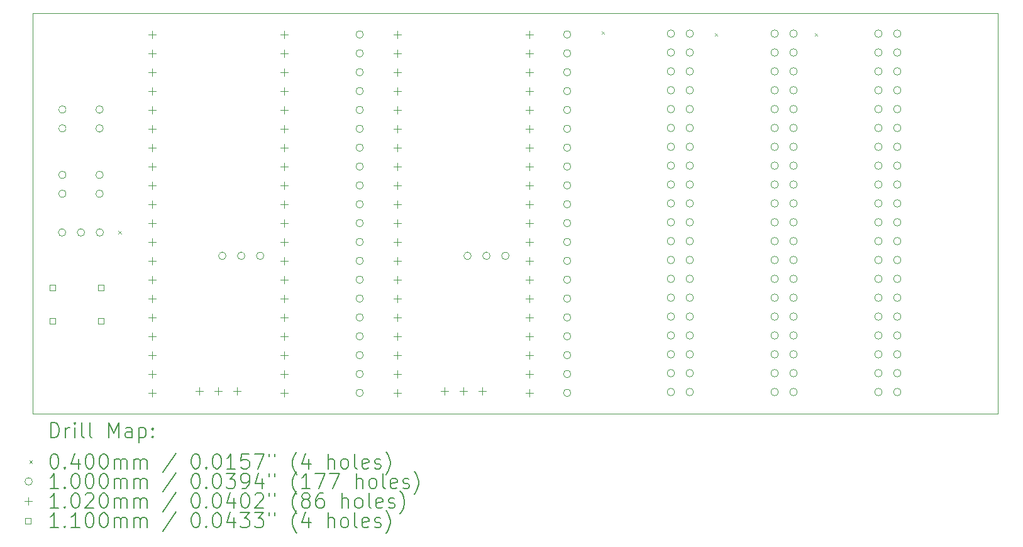
<source format=gbr>
%TF.GenerationSoftware,KiCad,Pcbnew,7.0.2*%
%TF.CreationDate,2023-05-26T12:13:22+09:00*%
%TF.ProjectId,KiCad,4b694361-642e-46b6-9963-61645f706362,rev?*%
%TF.SameCoordinates,PX41cdb40PY67f3540*%
%TF.FileFunction,Drillmap*%
%TF.FilePolarity,Positive*%
%FSLAX45Y45*%
G04 Gerber Fmt 4.5, Leading zero omitted, Abs format (unit mm)*
G04 Created by KiCad (PCBNEW 7.0.2) date 2023-05-26 12:13:22*
%MOMM*%
%LPD*%
G01*
G04 APERTURE LIST*
%ADD10C,0.100000*%
%ADD11C,0.200000*%
%ADD12C,0.040000*%
%ADD13C,0.102000*%
%ADD14C,0.110000*%
G04 APERTURE END LIST*
D10*
X13000000Y5400000D02*
X0Y5400000D01*
X0Y0D02*
X13000000Y0D01*
X0Y5400000D02*
X0Y0D01*
X13000000Y0D02*
X13000000Y5400000D01*
D11*
D12*
X1155000Y2465000D02*
X1195000Y2425000D01*
X1195000Y2465000D02*
X1155000Y2425000D01*
X7659600Y5154200D02*
X7699600Y5114200D01*
X7699600Y5154200D02*
X7659600Y5114200D01*
X9183600Y5128800D02*
X9223600Y5088800D01*
X9223600Y5128800D02*
X9183600Y5088800D01*
X10529800Y5128800D02*
X10569800Y5088800D01*
X10569800Y5128800D02*
X10529800Y5088800D01*
D10*
X446000Y2445000D02*
G75*
G03*
X446000Y2445000I-50000J0D01*
G01*
X450000Y4100000D02*
G75*
G03*
X450000Y4100000I-50000J0D01*
G01*
X450000Y3846000D02*
G75*
G03*
X450000Y3846000I-50000J0D01*
G01*
X450000Y3220000D02*
G75*
G03*
X450000Y3220000I-50000J0D01*
G01*
X450000Y2966000D02*
G75*
G03*
X450000Y2966000I-50000J0D01*
G01*
X700000Y2445000D02*
G75*
G03*
X700000Y2445000I-50000J0D01*
G01*
X950000Y4100000D02*
G75*
G03*
X950000Y4100000I-50000J0D01*
G01*
X950000Y3846000D02*
G75*
G03*
X950000Y3846000I-50000J0D01*
G01*
X950000Y3220000D02*
G75*
G03*
X950000Y3220000I-50000J0D01*
G01*
X950000Y2966000D02*
G75*
G03*
X950000Y2966000I-50000J0D01*
G01*
X954000Y2445000D02*
G75*
G03*
X954000Y2445000I-50000J0D01*
G01*
X2603000Y2130000D02*
G75*
G03*
X2603000Y2130000I-50000J0D01*
G01*
X2858000Y2130000D02*
G75*
G03*
X2858000Y2130000I-50000J0D01*
G01*
X3113000Y2130000D02*
G75*
G03*
X3113000Y2130000I-50000J0D01*
G01*
X4453000Y5110000D02*
G75*
G03*
X4453000Y5110000I-50000J0D01*
G01*
X4453000Y4856000D02*
G75*
G03*
X4453000Y4856000I-50000J0D01*
G01*
X4453000Y4602000D02*
G75*
G03*
X4453000Y4602000I-50000J0D01*
G01*
X4453000Y4348000D02*
G75*
G03*
X4453000Y4348000I-50000J0D01*
G01*
X4453000Y4094000D02*
G75*
G03*
X4453000Y4094000I-50000J0D01*
G01*
X4453000Y3840000D02*
G75*
G03*
X4453000Y3840000I-50000J0D01*
G01*
X4453000Y3586000D02*
G75*
G03*
X4453000Y3586000I-50000J0D01*
G01*
X4453000Y3332000D02*
G75*
G03*
X4453000Y3332000I-50000J0D01*
G01*
X4453000Y3078000D02*
G75*
G03*
X4453000Y3078000I-50000J0D01*
G01*
X4453000Y2824000D02*
G75*
G03*
X4453000Y2824000I-50000J0D01*
G01*
X4453000Y2570000D02*
G75*
G03*
X4453000Y2570000I-50000J0D01*
G01*
X4453000Y2316000D02*
G75*
G03*
X4453000Y2316000I-50000J0D01*
G01*
X4453000Y2062000D02*
G75*
G03*
X4453000Y2062000I-50000J0D01*
G01*
X4453000Y1808000D02*
G75*
G03*
X4453000Y1808000I-50000J0D01*
G01*
X4453000Y1554000D02*
G75*
G03*
X4453000Y1554000I-50000J0D01*
G01*
X4453000Y1300000D02*
G75*
G03*
X4453000Y1300000I-50000J0D01*
G01*
X4453000Y1046000D02*
G75*
G03*
X4453000Y1046000I-50000J0D01*
G01*
X4453000Y792000D02*
G75*
G03*
X4453000Y792000I-50000J0D01*
G01*
X4453000Y538000D02*
G75*
G03*
X4453000Y538000I-50000J0D01*
G01*
X4453000Y284000D02*
G75*
G03*
X4453000Y284000I-50000J0D01*
G01*
X5905000Y2130000D02*
G75*
G03*
X5905000Y2130000I-50000J0D01*
G01*
X6160000Y2130000D02*
G75*
G03*
X6160000Y2130000I-50000J0D01*
G01*
X6415000Y2130000D02*
G75*
G03*
X6415000Y2130000I-50000J0D01*
G01*
X7247000Y5110000D02*
G75*
G03*
X7247000Y5110000I-50000J0D01*
G01*
X7247000Y4856000D02*
G75*
G03*
X7247000Y4856000I-50000J0D01*
G01*
X7247000Y4602000D02*
G75*
G03*
X7247000Y4602000I-50000J0D01*
G01*
X7247000Y4348000D02*
G75*
G03*
X7247000Y4348000I-50000J0D01*
G01*
X7247000Y4094000D02*
G75*
G03*
X7247000Y4094000I-50000J0D01*
G01*
X7247000Y3840000D02*
G75*
G03*
X7247000Y3840000I-50000J0D01*
G01*
X7247000Y3586000D02*
G75*
G03*
X7247000Y3586000I-50000J0D01*
G01*
X7247000Y3332000D02*
G75*
G03*
X7247000Y3332000I-50000J0D01*
G01*
X7247000Y3078000D02*
G75*
G03*
X7247000Y3078000I-50000J0D01*
G01*
X7247000Y2824000D02*
G75*
G03*
X7247000Y2824000I-50000J0D01*
G01*
X7247000Y2570000D02*
G75*
G03*
X7247000Y2570000I-50000J0D01*
G01*
X7247000Y2316000D02*
G75*
G03*
X7247000Y2316000I-50000J0D01*
G01*
X7247000Y2062000D02*
G75*
G03*
X7247000Y2062000I-50000J0D01*
G01*
X7247000Y1808000D02*
G75*
G03*
X7247000Y1808000I-50000J0D01*
G01*
X7247000Y1554000D02*
G75*
G03*
X7247000Y1554000I-50000J0D01*
G01*
X7247000Y1300000D02*
G75*
G03*
X7247000Y1300000I-50000J0D01*
G01*
X7247000Y1046000D02*
G75*
G03*
X7247000Y1046000I-50000J0D01*
G01*
X7247000Y792000D02*
G75*
G03*
X7247000Y792000I-50000J0D01*
G01*
X7247000Y538000D02*
G75*
G03*
X7247000Y538000I-50000J0D01*
G01*
X7247000Y284000D02*
G75*
G03*
X7247000Y284000I-50000J0D01*
G01*
X8643500Y5121500D02*
G75*
G03*
X8643500Y5121500I-50000J0D01*
G01*
X8643500Y4867500D02*
G75*
G03*
X8643500Y4867500I-50000J0D01*
G01*
X8643500Y4613500D02*
G75*
G03*
X8643500Y4613500I-50000J0D01*
G01*
X8643500Y4359500D02*
G75*
G03*
X8643500Y4359500I-50000J0D01*
G01*
X8643500Y4105500D02*
G75*
G03*
X8643500Y4105500I-50000J0D01*
G01*
X8643500Y3851500D02*
G75*
G03*
X8643500Y3851500I-50000J0D01*
G01*
X8643500Y3597500D02*
G75*
G03*
X8643500Y3597500I-50000J0D01*
G01*
X8643500Y3343500D02*
G75*
G03*
X8643500Y3343500I-50000J0D01*
G01*
X8643500Y3089500D02*
G75*
G03*
X8643500Y3089500I-50000J0D01*
G01*
X8643500Y2835500D02*
G75*
G03*
X8643500Y2835500I-50000J0D01*
G01*
X8643500Y2581500D02*
G75*
G03*
X8643500Y2581500I-50000J0D01*
G01*
X8643500Y2327500D02*
G75*
G03*
X8643500Y2327500I-50000J0D01*
G01*
X8643500Y2073500D02*
G75*
G03*
X8643500Y2073500I-50000J0D01*
G01*
X8643500Y1819500D02*
G75*
G03*
X8643500Y1819500I-50000J0D01*
G01*
X8643500Y1565500D02*
G75*
G03*
X8643500Y1565500I-50000J0D01*
G01*
X8643500Y1311500D02*
G75*
G03*
X8643500Y1311500I-50000J0D01*
G01*
X8643500Y1057500D02*
G75*
G03*
X8643500Y1057500I-50000J0D01*
G01*
X8643500Y803500D02*
G75*
G03*
X8643500Y803500I-50000J0D01*
G01*
X8643500Y549500D02*
G75*
G03*
X8643500Y549500I-50000J0D01*
G01*
X8643500Y295500D02*
G75*
G03*
X8643500Y295500I-50000J0D01*
G01*
X8897500Y5121500D02*
G75*
G03*
X8897500Y5121500I-50000J0D01*
G01*
X8897500Y4867500D02*
G75*
G03*
X8897500Y4867500I-50000J0D01*
G01*
X8897500Y4613500D02*
G75*
G03*
X8897500Y4613500I-50000J0D01*
G01*
X8897500Y4359500D02*
G75*
G03*
X8897500Y4359500I-50000J0D01*
G01*
X8897500Y4105500D02*
G75*
G03*
X8897500Y4105500I-50000J0D01*
G01*
X8897500Y3851500D02*
G75*
G03*
X8897500Y3851500I-50000J0D01*
G01*
X8897500Y3597500D02*
G75*
G03*
X8897500Y3597500I-50000J0D01*
G01*
X8897500Y3343500D02*
G75*
G03*
X8897500Y3343500I-50000J0D01*
G01*
X8897500Y3089500D02*
G75*
G03*
X8897500Y3089500I-50000J0D01*
G01*
X8897500Y2835500D02*
G75*
G03*
X8897500Y2835500I-50000J0D01*
G01*
X8897500Y2581500D02*
G75*
G03*
X8897500Y2581500I-50000J0D01*
G01*
X8897500Y2327500D02*
G75*
G03*
X8897500Y2327500I-50000J0D01*
G01*
X8897500Y2073500D02*
G75*
G03*
X8897500Y2073500I-50000J0D01*
G01*
X8897500Y1819500D02*
G75*
G03*
X8897500Y1819500I-50000J0D01*
G01*
X8897500Y1565500D02*
G75*
G03*
X8897500Y1565500I-50000J0D01*
G01*
X8897500Y1311500D02*
G75*
G03*
X8897500Y1311500I-50000J0D01*
G01*
X8897500Y1057500D02*
G75*
G03*
X8897500Y1057500I-50000J0D01*
G01*
X8897500Y803500D02*
G75*
G03*
X8897500Y803500I-50000J0D01*
G01*
X8897500Y549500D02*
G75*
G03*
X8897500Y549500I-50000J0D01*
G01*
X8897500Y295500D02*
G75*
G03*
X8897500Y295500I-50000J0D01*
G01*
X10041000Y5121500D02*
G75*
G03*
X10041000Y5121500I-50000J0D01*
G01*
X10041000Y4867500D02*
G75*
G03*
X10041000Y4867500I-50000J0D01*
G01*
X10041000Y4613500D02*
G75*
G03*
X10041000Y4613500I-50000J0D01*
G01*
X10041000Y4359500D02*
G75*
G03*
X10041000Y4359500I-50000J0D01*
G01*
X10041000Y4105500D02*
G75*
G03*
X10041000Y4105500I-50000J0D01*
G01*
X10041000Y3851500D02*
G75*
G03*
X10041000Y3851500I-50000J0D01*
G01*
X10041000Y3597500D02*
G75*
G03*
X10041000Y3597500I-50000J0D01*
G01*
X10041000Y3343500D02*
G75*
G03*
X10041000Y3343500I-50000J0D01*
G01*
X10041000Y3089500D02*
G75*
G03*
X10041000Y3089500I-50000J0D01*
G01*
X10041000Y2835500D02*
G75*
G03*
X10041000Y2835500I-50000J0D01*
G01*
X10041000Y2581500D02*
G75*
G03*
X10041000Y2581500I-50000J0D01*
G01*
X10041000Y2327500D02*
G75*
G03*
X10041000Y2327500I-50000J0D01*
G01*
X10041000Y2073500D02*
G75*
G03*
X10041000Y2073500I-50000J0D01*
G01*
X10041000Y1819500D02*
G75*
G03*
X10041000Y1819500I-50000J0D01*
G01*
X10041000Y1565500D02*
G75*
G03*
X10041000Y1565500I-50000J0D01*
G01*
X10041000Y1311500D02*
G75*
G03*
X10041000Y1311500I-50000J0D01*
G01*
X10041000Y1057500D02*
G75*
G03*
X10041000Y1057500I-50000J0D01*
G01*
X10041000Y803500D02*
G75*
G03*
X10041000Y803500I-50000J0D01*
G01*
X10041000Y549500D02*
G75*
G03*
X10041000Y549500I-50000J0D01*
G01*
X10041000Y295500D02*
G75*
G03*
X10041000Y295500I-50000J0D01*
G01*
X10295000Y5121500D02*
G75*
G03*
X10295000Y5121500I-50000J0D01*
G01*
X10295000Y4867500D02*
G75*
G03*
X10295000Y4867500I-50000J0D01*
G01*
X10295000Y4613500D02*
G75*
G03*
X10295000Y4613500I-50000J0D01*
G01*
X10295000Y4359500D02*
G75*
G03*
X10295000Y4359500I-50000J0D01*
G01*
X10295000Y4105500D02*
G75*
G03*
X10295000Y4105500I-50000J0D01*
G01*
X10295000Y3851500D02*
G75*
G03*
X10295000Y3851500I-50000J0D01*
G01*
X10295000Y3597500D02*
G75*
G03*
X10295000Y3597500I-50000J0D01*
G01*
X10295000Y3343500D02*
G75*
G03*
X10295000Y3343500I-50000J0D01*
G01*
X10295000Y3089500D02*
G75*
G03*
X10295000Y3089500I-50000J0D01*
G01*
X10295000Y2835500D02*
G75*
G03*
X10295000Y2835500I-50000J0D01*
G01*
X10295000Y2581500D02*
G75*
G03*
X10295000Y2581500I-50000J0D01*
G01*
X10295000Y2327500D02*
G75*
G03*
X10295000Y2327500I-50000J0D01*
G01*
X10295000Y2073500D02*
G75*
G03*
X10295000Y2073500I-50000J0D01*
G01*
X10295000Y1819500D02*
G75*
G03*
X10295000Y1819500I-50000J0D01*
G01*
X10295000Y1565500D02*
G75*
G03*
X10295000Y1565500I-50000J0D01*
G01*
X10295000Y1311500D02*
G75*
G03*
X10295000Y1311500I-50000J0D01*
G01*
X10295000Y1057500D02*
G75*
G03*
X10295000Y1057500I-50000J0D01*
G01*
X10295000Y803500D02*
G75*
G03*
X10295000Y803500I-50000J0D01*
G01*
X10295000Y549500D02*
G75*
G03*
X10295000Y549500I-50000J0D01*
G01*
X10295000Y295500D02*
G75*
G03*
X10295000Y295500I-50000J0D01*
G01*
X11437500Y5121500D02*
G75*
G03*
X11437500Y5121500I-50000J0D01*
G01*
X11437500Y4867500D02*
G75*
G03*
X11437500Y4867500I-50000J0D01*
G01*
X11437500Y4613500D02*
G75*
G03*
X11437500Y4613500I-50000J0D01*
G01*
X11437500Y4359500D02*
G75*
G03*
X11437500Y4359500I-50000J0D01*
G01*
X11437500Y4105500D02*
G75*
G03*
X11437500Y4105500I-50000J0D01*
G01*
X11437500Y3851500D02*
G75*
G03*
X11437500Y3851500I-50000J0D01*
G01*
X11437500Y3597500D02*
G75*
G03*
X11437500Y3597500I-50000J0D01*
G01*
X11437500Y3343500D02*
G75*
G03*
X11437500Y3343500I-50000J0D01*
G01*
X11437500Y3089500D02*
G75*
G03*
X11437500Y3089500I-50000J0D01*
G01*
X11437500Y2835500D02*
G75*
G03*
X11437500Y2835500I-50000J0D01*
G01*
X11437500Y2581500D02*
G75*
G03*
X11437500Y2581500I-50000J0D01*
G01*
X11437500Y2327500D02*
G75*
G03*
X11437500Y2327500I-50000J0D01*
G01*
X11437500Y2073500D02*
G75*
G03*
X11437500Y2073500I-50000J0D01*
G01*
X11437500Y1819500D02*
G75*
G03*
X11437500Y1819500I-50000J0D01*
G01*
X11437500Y1565500D02*
G75*
G03*
X11437500Y1565500I-50000J0D01*
G01*
X11437500Y1311500D02*
G75*
G03*
X11437500Y1311500I-50000J0D01*
G01*
X11437500Y1057500D02*
G75*
G03*
X11437500Y1057500I-50000J0D01*
G01*
X11437500Y803500D02*
G75*
G03*
X11437500Y803500I-50000J0D01*
G01*
X11437500Y549500D02*
G75*
G03*
X11437500Y549500I-50000J0D01*
G01*
X11437500Y295500D02*
G75*
G03*
X11437500Y295500I-50000J0D01*
G01*
X11691500Y5121500D02*
G75*
G03*
X11691500Y5121500I-50000J0D01*
G01*
X11691500Y4867500D02*
G75*
G03*
X11691500Y4867500I-50000J0D01*
G01*
X11691500Y4613500D02*
G75*
G03*
X11691500Y4613500I-50000J0D01*
G01*
X11691500Y4359500D02*
G75*
G03*
X11691500Y4359500I-50000J0D01*
G01*
X11691500Y4105500D02*
G75*
G03*
X11691500Y4105500I-50000J0D01*
G01*
X11691500Y3851500D02*
G75*
G03*
X11691500Y3851500I-50000J0D01*
G01*
X11691500Y3597500D02*
G75*
G03*
X11691500Y3597500I-50000J0D01*
G01*
X11691500Y3343500D02*
G75*
G03*
X11691500Y3343500I-50000J0D01*
G01*
X11691500Y3089500D02*
G75*
G03*
X11691500Y3089500I-50000J0D01*
G01*
X11691500Y2835500D02*
G75*
G03*
X11691500Y2835500I-50000J0D01*
G01*
X11691500Y2581500D02*
G75*
G03*
X11691500Y2581500I-50000J0D01*
G01*
X11691500Y2327500D02*
G75*
G03*
X11691500Y2327500I-50000J0D01*
G01*
X11691500Y2073500D02*
G75*
G03*
X11691500Y2073500I-50000J0D01*
G01*
X11691500Y1819500D02*
G75*
G03*
X11691500Y1819500I-50000J0D01*
G01*
X11691500Y1565500D02*
G75*
G03*
X11691500Y1565500I-50000J0D01*
G01*
X11691500Y1311500D02*
G75*
G03*
X11691500Y1311500I-50000J0D01*
G01*
X11691500Y1057500D02*
G75*
G03*
X11691500Y1057500I-50000J0D01*
G01*
X11691500Y803500D02*
G75*
G03*
X11691500Y803500I-50000J0D01*
G01*
X11691500Y549500D02*
G75*
G03*
X11691500Y549500I-50000J0D01*
G01*
X11691500Y295500D02*
G75*
G03*
X11691500Y295500I-50000J0D01*
G01*
D13*
X1609000Y5164000D02*
X1609000Y5062000D01*
X1558000Y5113000D02*
X1660000Y5113000D01*
X1609000Y4910000D02*
X1609000Y4808000D01*
X1558000Y4859000D02*
X1660000Y4859000D01*
X1609000Y4656000D02*
X1609000Y4554000D01*
X1558000Y4605000D02*
X1660000Y4605000D01*
X1609000Y4402000D02*
X1609000Y4300000D01*
X1558000Y4351000D02*
X1660000Y4351000D01*
X1609000Y4148000D02*
X1609000Y4046000D01*
X1558000Y4097000D02*
X1660000Y4097000D01*
X1609000Y3894000D02*
X1609000Y3792000D01*
X1558000Y3843000D02*
X1660000Y3843000D01*
X1609000Y3640000D02*
X1609000Y3538000D01*
X1558000Y3589000D02*
X1660000Y3589000D01*
X1609000Y3386000D02*
X1609000Y3284000D01*
X1558000Y3335000D02*
X1660000Y3335000D01*
X1609000Y3132000D02*
X1609000Y3030000D01*
X1558000Y3081000D02*
X1660000Y3081000D01*
X1609000Y2878000D02*
X1609000Y2776000D01*
X1558000Y2827000D02*
X1660000Y2827000D01*
X1609000Y2624000D02*
X1609000Y2522000D01*
X1558000Y2573000D02*
X1660000Y2573000D01*
X1609000Y2370000D02*
X1609000Y2268000D01*
X1558000Y2319000D02*
X1660000Y2319000D01*
X1609000Y2116000D02*
X1609000Y2014000D01*
X1558000Y2065000D02*
X1660000Y2065000D01*
X1609000Y1862000D02*
X1609000Y1760000D01*
X1558000Y1811000D02*
X1660000Y1811000D01*
X1609000Y1608000D02*
X1609000Y1506000D01*
X1558000Y1557000D02*
X1660000Y1557000D01*
X1609000Y1354000D02*
X1609000Y1252000D01*
X1558000Y1303000D02*
X1660000Y1303000D01*
X1609000Y1100000D02*
X1609000Y998000D01*
X1558000Y1049000D02*
X1660000Y1049000D01*
X1609000Y846000D02*
X1609000Y744000D01*
X1558000Y795000D02*
X1660000Y795000D01*
X1609000Y592000D02*
X1609000Y490000D01*
X1558000Y541000D02*
X1660000Y541000D01*
X1609000Y338000D02*
X1609000Y236000D01*
X1558000Y287000D02*
X1660000Y287000D01*
X2244000Y361000D02*
X2244000Y259000D01*
X2193000Y310000D02*
X2295000Y310000D01*
X2498000Y361000D02*
X2498000Y259000D01*
X2447000Y310000D02*
X2549000Y310000D01*
X2752000Y361000D02*
X2752000Y259000D01*
X2701000Y310000D02*
X2803000Y310000D01*
X3387000Y5164000D02*
X3387000Y5062000D01*
X3336000Y5113000D02*
X3438000Y5113000D01*
X3387000Y4910000D02*
X3387000Y4808000D01*
X3336000Y4859000D02*
X3438000Y4859000D01*
X3387000Y4656000D02*
X3387000Y4554000D01*
X3336000Y4605000D02*
X3438000Y4605000D01*
X3387000Y4402000D02*
X3387000Y4300000D01*
X3336000Y4351000D02*
X3438000Y4351000D01*
X3387000Y4148000D02*
X3387000Y4046000D01*
X3336000Y4097000D02*
X3438000Y4097000D01*
X3387000Y3894000D02*
X3387000Y3792000D01*
X3336000Y3843000D02*
X3438000Y3843000D01*
X3387000Y3640000D02*
X3387000Y3538000D01*
X3336000Y3589000D02*
X3438000Y3589000D01*
X3387000Y3386000D02*
X3387000Y3284000D01*
X3336000Y3335000D02*
X3438000Y3335000D01*
X3387000Y3132000D02*
X3387000Y3030000D01*
X3336000Y3081000D02*
X3438000Y3081000D01*
X3387000Y2878000D02*
X3387000Y2776000D01*
X3336000Y2827000D02*
X3438000Y2827000D01*
X3387000Y2624000D02*
X3387000Y2522000D01*
X3336000Y2573000D02*
X3438000Y2573000D01*
X3387000Y2370000D02*
X3387000Y2268000D01*
X3336000Y2319000D02*
X3438000Y2319000D01*
X3387000Y2116000D02*
X3387000Y2014000D01*
X3336000Y2065000D02*
X3438000Y2065000D01*
X3387000Y1862000D02*
X3387000Y1760000D01*
X3336000Y1811000D02*
X3438000Y1811000D01*
X3387000Y1608000D02*
X3387000Y1506000D01*
X3336000Y1557000D02*
X3438000Y1557000D01*
X3387000Y1354000D02*
X3387000Y1252000D01*
X3336000Y1303000D02*
X3438000Y1303000D01*
X3387000Y1100000D02*
X3387000Y998000D01*
X3336000Y1049000D02*
X3438000Y1049000D01*
X3387000Y846000D02*
X3387000Y744000D01*
X3336000Y795000D02*
X3438000Y795000D01*
X3387000Y592000D02*
X3387000Y490000D01*
X3336000Y541000D02*
X3438000Y541000D01*
X3387000Y338000D02*
X3387000Y236000D01*
X3336000Y287000D02*
X3438000Y287000D01*
X4911000Y5164000D02*
X4911000Y5062000D01*
X4860000Y5113000D02*
X4962000Y5113000D01*
X4911000Y4910000D02*
X4911000Y4808000D01*
X4860000Y4859000D02*
X4962000Y4859000D01*
X4911000Y4656000D02*
X4911000Y4554000D01*
X4860000Y4605000D02*
X4962000Y4605000D01*
X4911000Y4402000D02*
X4911000Y4300000D01*
X4860000Y4351000D02*
X4962000Y4351000D01*
X4911000Y4148000D02*
X4911000Y4046000D01*
X4860000Y4097000D02*
X4962000Y4097000D01*
X4911000Y3894000D02*
X4911000Y3792000D01*
X4860000Y3843000D02*
X4962000Y3843000D01*
X4911000Y3640000D02*
X4911000Y3538000D01*
X4860000Y3589000D02*
X4962000Y3589000D01*
X4911000Y3386000D02*
X4911000Y3284000D01*
X4860000Y3335000D02*
X4962000Y3335000D01*
X4911000Y3132000D02*
X4911000Y3030000D01*
X4860000Y3081000D02*
X4962000Y3081000D01*
X4911000Y2878000D02*
X4911000Y2776000D01*
X4860000Y2827000D02*
X4962000Y2827000D01*
X4911000Y2624000D02*
X4911000Y2522000D01*
X4860000Y2573000D02*
X4962000Y2573000D01*
X4911000Y2370000D02*
X4911000Y2268000D01*
X4860000Y2319000D02*
X4962000Y2319000D01*
X4911000Y2116000D02*
X4911000Y2014000D01*
X4860000Y2065000D02*
X4962000Y2065000D01*
X4911000Y1862000D02*
X4911000Y1760000D01*
X4860000Y1811000D02*
X4962000Y1811000D01*
X4911000Y1608000D02*
X4911000Y1506000D01*
X4860000Y1557000D02*
X4962000Y1557000D01*
X4911000Y1354000D02*
X4911000Y1252000D01*
X4860000Y1303000D02*
X4962000Y1303000D01*
X4911000Y1100000D02*
X4911000Y998000D01*
X4860000Y1049000D02*
X4962000Y1049000D01*
X4911000Y846000D02*
X4911000Y744000D01*
X4860000Y795000D02*
X4962000Y795000D01*
X4911000Y592000D02*
X4911000Y490000D01*
X4860000Y541000D02*
X4962000Y541000D01*
X4911000Y338000D02*
X4911000Y236000D01*
X4860000Y287000D02*
X4962000Y287000D01*
X5546000Y361000D02*
X5546000Y259000D01*
X5495000Y310000D02*
X5597000Y310000D01*
X5800000Y361000D02*
X5800000Y259000D01*
X5749000Y310000D02*
X5851000Y310000D01*
X6054000Y361000D02*
X6054000Y259000D01*
X6003000Y310000D02*
X6105000Y310000D01*
X6689000Y5164000D02*
X6689000Y5062000D01*
X6638000Y5113000D02*
X6740000Y5113000D01*
X6689000Y4910000D02*
X6689000Y4808000D01*
X6638000Y4859000D02*
X6740000Y4859000D01*
X6689000Y4656000D02*
X6689000Y4554000D01*
X6638000Y4605000D02*
X6740000Y4605000D01*
X6689000Y4402000D02*
X6689000Y4300000D01*
X6638000Y4351000D02*
X6740000Y4351000D01*
X6689000Y4148000D02*
X6689000Y4046000D01*
X6638000Y4097000D02*
X6740000Y4097000D01*
X6689000Y3894000D02*
X6689000Y3792000D01*
X6638000Y3843000D02*
X6740000Y3843000D01*
X6689000Y3640000D02*
X6689000Y3538000D01*
X6638000Y3589000D02*
X6740000Y3589000D01*
X6689000Y3386000D02*
X6689000Y3284000D01*
X6638000Y3335000D02*
X6740000Y3335000D01*
X6689000Y3132000D02*
X6689000Y3030000D01*
X6638000Y3081000D02*
X6740000Y3081000D01*
X6689000Y2878000D02*
X6689000Y2776000D01*
X6638000Y2827000D02*
X6740000Y2827000D01*
X6689000Y2624000D02*
X6689000Y2522000D01*
X6638000Y2573000D02*
X6740000Y2573000D01*
X6689000Y2370000D02*
X6689000Y2268000D01*
X6638000Y2319000D02*
X6740000Y2319000D01*
X6689000Y2116000D02*
X6689000Y2014000D01*
X6638000Y2065000D02*
X6740000Y2065000D01*
X6689000Y1862000D02*
X6689000Y1760000D01*
X6638000Y1811000D02*
X6740000Y1811000D01*
X6689000Y1608000D02*
X6689000Y1506000D01*
X6638000Y1557000D02*
X6740000Y1557000D01*
X6689000Y1354000D02*
X6689000Y1252000D01*
X6638000Y1303000D02*
X6740000Y1303000D01*
X6689000Y1100000D02*
X6689000Y998000D01*
X6638000Y1049000D02*
X6740000Y1049000D01*
X6689000Y846000D02*
X6689000Y744000D01*
X6638000Y795000D02*
X6740000Y795000D01*
X6689000Y592000D02*
X6689000Y490000D01*
X6638000Y541000D02*
X6740000Y541000D01*
X6689000Y338000D02*
X6689000Y236000D01*
X6638000Y287000D02*
X6740000Y287000D01*
D14*
X306891Y1662709D02*
X306891Y1740491D01*
X229109Y1740491D01*
X229109Y1662709D01*
X306891Y1662709D01*
X306891Y1212709D02*
X306891Y1290491D01*
X229109Y1290491D01*
X229109Y1212709D01*
X306891Y1212709D01*
X956891Y1662709D02*
X956891Y1740491D01*
X879109Y1740491D01*
X879109Y1662709D01*
X956891Y1662709D01*
X956891Y1212709D02*
X956891Y1290491D01*
X879109Y1290491D01*
X879109Y1212709D01*
X956891Y1212709D01*
D11*
X242619Y-317524D02*
X242619Y-117524D01*
X242619Y-117524D02*
X290238Y-117524D01*
X290238Y-117524D02*
X318810Y-127048D01*
X318810Y-127048D02*
X337857Y-146095D01*
X337857Y-146095D02*
X347381Y-165143D01*
X347381Y-165143D02*
X356905Y-203238D01*
X356905Y-203238D02*
X356905Y-231809D01*
X356905Y-231809D02*
X347381Y-269905D01*
X347381Y-269905D02*
X337857Y-288952D01*
X337857Y-288952D02*
X318810Y-308000D01*
X318810Y-308000D02*
X290238Y-317524D01*
X290238Y-317524D02*
X242619Y-317524D01*
X442619Y-317524D02*
X442619Y-184190D01*
X442619Y-222286D02*
X452143Y-203238D01*
X452143Y-203238D02*
X461667Y-193714D01*
X461667Y-193714D02*
X480714Y-184190D01*
X480714Y-184190D02*
X499762Y-184190D01*
X566429Y-317524D02*
X566429Y-184190D01*
X566429Y-117524D02*
X556905Y-127048D01*
X556905Y-127048D02*
X566429Y-136571D01*
X566429Y-136571D02*
X575952Y-127048D01*
X575952Y-127048D02*
X566429Y-117524D01*
X566429Y-117524D02*
X566429Y-136571D01*
X690238Y-317524D02*
X671190Y-308000D01*
X671190Y-308000D02*
X661667Y-288952D01*
X661667Y-288952D02*
X661667Y-117524D01*
X795000Y-317524D02*
X775952Y-308000D01*
X775952Y-308000D02*
X766428Y-288952D01*
X766428Y-288952D02*
X766428Y-117524D01*
X1023571Y-317524D02*
X1023571Y-117524D01*
X1023571Y-117524D02*
X1090238Y-260381D01*
X1090238Y-260381D02*
X1156905Y-117524D01*
X1156905Y-117524D02*
X1156905Y-317524D01*
X1337857Y-317524D02*
X1337857Y-212762D01*
X1337857Y-212762D02*
X1328333Y-193714D01*
X1328333Y-193714D02*
X1309286Y-184190D01*
X1309286Y-184190D02*
X1271190Y-184190D01*
X1271190Y-184190D02*
X1252143Y-193714D01*
X1337857Y-308000D02*
X1318810Y-317524D01*
X1318810Y-317524D02*
X1271190Y-317524D01*
X1271190Y-317524D02*
X1252143Y-308000D01*
X1252143Y-308000D02*
X1242619Y-288952D01*
X1242619Y-288952D02*
X1242619Y-269905D01*
X1242619Y-269905D02*
X1252143Y-250857D01*
X1252143Y-250857D02*
X1271190Y-241333D01*
X1271190Y-241333D02*
X1318810Y-241333D01*
X1318810Y-241333D02*
X1337857Y-231809D01*
X1433095Y-184190D02*
X1433095Y-384190D01*
X1433095Y-193714D02*
X1452143Y-184190D01*
X1452143Y-184190D02*
X1490238Y-184190D01*
X1490238Y-184190D02*
X1509286Y-193714D01*
X1509286Y-193714D02*
X1518809Y-203238D01*
X1518809Y-203238D02*
X1528333Y-222286D01*
X1528333Y-222286D02*
X1528333Y-279429D01*
X1528333Y-279429D02*
X1518809Y-298476D01*
X1518809Y-298476D02*
X1509286Y-308000D01*
X1509286Y-308000D02*
X1490238Y-317524D01*
X1490238Y-317524D02*
X1452143Y-317524D01*
X1452143Y-317524D02*
X1433095Y-308000D01*
X1614048Y-298476D02*
X1623571Y-308000D01*
X1623571Y-308000D02*
X1614048Y-317524D01*
X1614048Y-317524D02*
X1604524Y-308000D01*
X1604524Y-308000D02*
X1614048Y-298476D01*
X1614048Y-298476D02*
X1614048Y-317524D01*
X1614048Y-193714D02*
X1623571Y-203238D01*
X1623571Y-203238D02*
X1614048Y-212762D01*
X1614048Y-212762D02*
X1604524Y-203238D01*
X1604524Y-203238D02*
X1614048Y-193714D01*
X1614048Y-193714D02*
X1614048Y-212762D01*
D12*
X-45000Y-625000D02*
X-5000Y-665000D01*
X-5000Y-625000D02*
X-45000Y-665000D01*
D11*
X280714Y-537524D02*
X299762Y-537524D01*
X299762Y-537524D02*
X318810Y-547048D01*
X318810Y-547048D02*
X328333Y-556571D01*
X328333Y-556571D02*
X337857Y-575619D01*
X337857Y-575619D02*
X347381Y-613714D01*
X347381Y-613714D02*
X347381Y-661333D01*
X347381Y-661333D02*
X337857Y-699428D01*
X337857Y-699428D02*
X328333Y-718476D01*
X328333Y-718476D02*
X318810Y-728000D01*
X318810Y-728000D02*
X299762Y-737524D01*
X299762Y-737524D02*
X280714Y-737524D01*
X280714Y-737524D02*
X261667Y-728000D01*
X261667Y-728000D02*
X252143Y-718476D01*
X252143Y-718476D02*
X242619Y-699428D01*
X242619Y-699428D02*
X233095Y-661333D01*
X233095Y-661333D02*
X233095Y-613714D01*
X233095Y-613714D02*
X242619Y-575619D01*
X242619Y-575619D02*
X252143Y-556571D01*
X252143Y-556571D02*
X261667Y-547048D01*
X261667Y-547048D02*
X280714Y-537524D01*
X433095Y-718476D02*
X442619Y-728000D01*
X442619Y-728000D02*
X433095Y-737524D01*
X433095Y-737524D02*
X423571Y-728000D01*
X423571Y-728000D02*
X433095Y-718476D01*
X433095Y-718476D02*
X433095Y-737524D01*
X614048Y-604190D02*
X614048Y-737524D01*
X566429Y-528000D02*
X518809Y-670857D01*
X518809Y-670857D02*
X642619Y-670857D01*
X756905Y-537524D02*
X775952Y-537524D01*
X775952Y-537524D02*
X795000Y-547048D01*
X795000Y-547048D02*
X804524Y-556571D01*
X804524Y-556571D02*
X814048Y-575619D01*
X814048Y-575619D02*
X823571Y-613714D01*
X823571Y-613714D02*
X823571Y-661333D01*
X823571Y-661333D02*
X814048Y-699428D01*
X814048Y-699428D02*
X804524Y-718476D01*
X804524Y-718476D02*
X795000Y-728000D01*
X795000Y-728000D02*
X775952Y-737524D01*
X775952Y-737524D02*
X756905Y-737524D01*
X756905Y-737524D02*
X737857Y-728000D01*
X737857Y-728000D02*
X728333Y-718476D01*
X728333Y-718476D02*
X718809Y-699428D01*
X718809Y-699428D02*
X709286Y-661333D01*
X709286Y-661333D02*
X709286Y-613714D01*
X709286Y-613714D02*
X718809Y-575619D01*
X718809Y-575619D02*
X728333Y-556571D01*
X728333Y-556571D02*
X737857Y-547048D01*
X737857Y-547048D02*
X756905Y-537524D01*
X947381Y-537524D02*
X966429Y-537524D01*
X966429Y-537524D02*
X985476Y-547048D01*
X985476Y-547048D02*
X995000Y-556571D01*
X995000Y-556571D02*
X1004524Y-575619D01*
X1004524Y-575619D02*
X1014048Y-613714D01*
X1014048Y-613714D02*
X1014048Y-661333D01*
X1014048Y-661333D02*
X1004524Y-699428D01*
X1004524Y-699428D02*
X995000Y-718476D01*
X995000Y-718476D02*
X985476Y-728000D01*
X985476Y-728000D02*
X966429Y-737524D01*
X966429Y-737524D02*
X947381Y-737524D01*
X947381Y-737524D02*
X928333Y-728000D01*
X928333Y-728000D02*
X918809Y-718476D01*
X918809Y-718476D02*
X909286Y-699428D01*
X909286Y-699428D02*
X899762Y-661333D01*
X899762Y-661333D02*
X899762Y-613714D01*
X899762Y-613714D02*
X909286Y-575619D01*
X909286Y-575619D02*
X918809Y-556571D01*
X918809Y-556571D02*
X928333Y-547048D01*
X928333Y-547048D02*
X947381Y-537524D01*
X1099762Y-737524D02*
X1099762Y-604190D01*
X1099762Y-623238D02*
X1109286Y-613714D01*
X1109286Y-613714D02*
X1128333Y-604190D01*
X1128333Y-604190D02*
X1156905Y-604190D01*
X1156905Y-604190D02*
X1175952Y-613714D01*
X1175952Y-613714D02*
X1185476Y-632762D01*
X1185476Y-632762D02*
X1185476Y-737524D01*
X1185476Y-632762D02*
X1195000Y-613714D01*
X1195000Y-613714D02*
X1214048Y-604190D01*
X1214048Y-604190D02*
X1242619Y-604190D01*
X1242619Y-604190D02*
X1261667Y-613714D01*
X1261667Y-613714D02*
X1271191Y-632762D01*
X1271191Y-632762D02*
X1271191Y-737524D01*
X1366429Y-737524D02*
X1366429Y-604190D01*
X1366429Y-623238D02*
X1375952Y-613714D01*
X1375952Y-613714D02*
X1395000Y-604190D01*
X1395000Y-604190D02*
X1423571Y-604190D01*
X1423571Y-604190D02*
X1442619Y-613714D01*
X1442619Y-613714D02*
X1452143Y-632762D01*
X1452143Y-632762D02*
X1452143Y-737524D01*
X1452143Y-632762D02*
X1461667Y-613714D01*
X1461667Y-613714D02*
X1480714Y-604190D01*
X1480714Y-604190D02*
X1509286Y-604190D01*
X1509286Y-604190D02*
X1528333Y-613714D01*
X1528333Y-613714D02*
X1537857Y-632762D01*
X1537857Y-632762D02*
X1537857Y-737524D01*
X1928333Y-528000D02*
X1756905Y-785143D01*
X2185476Y-537524D02*
X2204524Y-537524D01*
X2204524Y-537524D02*
X2223572Y-547048D01*
X2223572Y-547048D02*
X2233095Y-556571D01*
X2233095Y-556571D02*
X2242619Y-575619D01*
X2242619Y-575619D02*
X2252143Y-613714D01*
X2252143Y-613714D02*
X2252143Y-661333D01*
X2252143Y-661333D02*
X2242619Y-699428D01*
X2242619Y-699428D02*
X2233095Y-718476D01*
X2233095Y-718476D02*
X2223572Y-728000D01*
X2223572Y-728000D02*
X2204524Y-737524D01*
X2204524Y-737524D02*
X2185476Y-737524D01*
X2185476Y-737524D02*
X2166429Y-728000D01*
X2166429Y-728000D02*
X2156905Y-718476D01*
X2156905Y-718476D02*
X2147381Y-699428D01*
X2147381Y-699428D02*
X2137857Y-661333D01*
X2137857Y-661333D02*
X2137857Y-613714D01*
X2137857Y-613714D02*
X2147381Y-575619D01*
X2147381Y-575619D02*
X2156905Y-556571D01*
X2156905Y-556571D02*
X2166429Y-547048D01*
X2166429Y-547048D02*
X2185476Y-537524D01*
X2337857Y-718476D02*
X2347381Y-728000D01*
X2347381Y-728000D02*
X2337857Y-737524D01*
X2337857Y-737524D02*
X2328334Y-728000D01*
X2328334Y-728000D02*
X2337857Y-718476D01*
X2337857Y-718476D02*
X2337857Y-737524D01*
X2471191Y-537524D02*
X2490238Y-537524D01*
X2490238Y-537524D02*
X2509286Y-547048D01*
X2509286Y-547048D02*
X2518810Y-556571D01*
X2518810Y-556571D02*
X2528334Y-575619D01*
X2528334Y-575619D02*
X2537857Y-613714D01*
X2537857Y-613714D02*
X2537857Y-661333D01*
X2537857Y-661333D02*
X2528334Y-699428D01*
X2528334Y-699428D02*
X2518810Y-718476D01*
X2518810Y-718476D02*
X2509286Y-728000D01*
X2509286Y-728000D02*
X2490238Y-737524D01*
X2490238Y-737524D02*
X2471191Y-737524D01*
X2471191Y-737524D02*
X2452143Y-728000D01*
X2452143Y-728000D02*
X2442619Y-718476D01*
X2442619Y-718476D02*
X2433095Y-699428D01*
X2433095Y-699428D02*
X2423572Y-661333D01*
X2423572Y-661333D02*
X2423572Y-613714D01*
X2423572Y-613714D02*
X2433095Y-575619D01*
X2433095Y-575619D02*
X2442619Y-556571D01*
X2442619Y-556571D02*
X2452143Y-547048D01*
X2452143Y-547048D02*
X2471191Y-537524D01*
X2728334Y-737524D02*
X2614048Y-737524D01*
X2671191Y-737524D02*
X2671191Y-537524D01*
X2671191Y-537524D02*
X2652143Y-566095D01*
X2652143Y-566095D02*
X2633095Y-585143D01*
X2633095Y-585143D02*
X2614048Y-594667D01*
X2909286Y-537524D02*
X2814048Y-537524D01*
X2814048Y-537524D02*
X2804524Y-632762D01*
X2804524Y-632762D02*
X2814048Y-623238D01*
X2814048Y-623238D02*
X2833095Y-613714D01*
X2833095Y-613714D02*
X2880714Y-613714D01*
X2880714Y-613714D02*
X2899762Y-623238D01*
X2899762Y-623238D02*
X2909286Y-632762D01*
X2909286Y-632762D02*
X2918810Y-651810D01*
X2918810Y-651810D02*
X2918810Y-699428D01*
X2918810Y-699428D02*
X2909286Y-718476D01*
X2909286Y-718476D02*
X2899762Y-728000D01*
X2899762Y-728000D02*
X2880714Y-737524D01*
X2880714Y-737524D02*
X2833095Y-737524D01*
X2833095Y-737524D02*
X2814048Y-728000D01*
X2814048Y-728000D02*
X2804524Y-718476D01*
X2985476Y-537524D02*
X3118810Y-537524D01*
X3118810Y-537524D02*
X3033095Y-737524D01*
X3185476Y-537524D02*
X3185476Y-575619D01*
X3261667Y-537524D02*
X3261667Y-575619D01*
X3556905Y-813714D02*
X3547381Y-804190D01*
X3547381Y-804190D02*
X3528334Y-775619D01*
X3528334Y-775619D02*
X3518810Y-756571D01*
X3518810Y-756571D02*
X3509286Y-728000D01*
X3509286Y-728000D02*
X3499762Y-680381D01*
X3499762Y-680381D02*
X3499762Y-642286D01*
X3499762Y-642286D02*
X3509286Y-594667D01*
X3509286Y-594667D02*
X3518810Y-566095D01*
X3518810Y-566095D02*
X3528334Y-547048D01*
X3528334Y-547048D02*
X3547381Y-518476D01*
X3547381Y-518476D02*
X3556905Y-508952D01*
X3718810Y-604190D02*
X3718810Y-737524D01*
X3671191Y-528000D02*
X3623572Y-670857D01*
X3623572Y-670857D02*
X3747381Y-670857D01*
X3975953Y-737524D02*
X3975953Y-537524D01*
X4061667Y-737524D02*
X4061667Y-632762D01*
X4061667Y-632762D02*
X4052143Y-613714D01*
X4052143Y-613714D02*
X4033096Y-604190D01*
X4033096Y-604190D02*
X4004524Y-604190D01*
X4004524Y-604190D02*
X3985476Y-613714D01*
X3985476Y-613714D02*
X3975953Y-623238D01*
X4185476Y-737524D02*
X4166429Y-728000D01*
X4166429Y-728000D02*
X4156905Y-718476D01*
X4156905Y-718476D02*
X4147381Y-699428D01*
X4147381Y-699428D02*
X4147381Y-642286D01*
X4147381Y-642286D02*
X4156905Y-623238D01*
X4156905Y-623238D02*
X4166429Y-613714D01*
X4166429Y-613714D02*
X4185476Y-604190D01*
X4185476Y-604190D02*
X4214048Y-604190D01*
X4214048Y-604190D02*
X4233096Y-613714D01*
X4233096Y-613714D02*
X4242619Y-623238D01*
X4242619Y-623238D02*
X4252143Y-642286D01*
X4252143Y-642286D02*
X4252143Y-699428D01*
X4252143Y-699428D02*
X4242619Y-718476D01*
X4242619Y-718476D02*
X4233096Y-728000D01*
X4233096Y-728000D02*
X4214048Y-737524D01*
X4214048Y-737524D02*
X4185476Y-737524D01*
X4366429Y-737524D02*
X4347381Y-728000D01*
X4347381Y-728000D02*
X4337858Y-708952D01*
X4337858Y-708952D02*
X4337858Y-537524D01*
X4518810Y-728000D02*
X4499762Y-737524D01*
X4499762Y-737524D02*
X4461667Y-737524D01*
X4461667Y-737524D02*
X4442619Y-728000D01*
X4442619Y-728000D02*
X4433096Y-708952D01*
X4433096Y-708952D02*
X4433096Y-632762D01*
X4433096Y-632762D02*
X4442619Y-613714D01*
X4442619Y-613714D02*
X4461667Y-604190D01*
X4461667Y-604190D02*
X4499762Y-604190D01*
X4499762Y-604190D02*
X4518810Y-613714D01*
X4518810Y-613714D02*
X4528334Y-632762D01*
X4528334Y-632762D02*
X4528334Y-651810D01*
X4528334Y-651810D02*
X4433096Y-670857D01*
X4604524Y-728000D02*
X4623572Y-737524D01*
X4623572Y-737524D02*
X4661667Y-737524D01*
X4661667Y-737524D02*
X4680715Y-728000D01*
X4680715Y-728000D02*
X4690239Y-708952D01*
X4690239Y-708952D02*
X4690239Y-699428D01*
X4690239Y-699428D02*
X4680715Y-680381D01*
X4680715Y-680381D02*
X4661667Y-670857D01*
X4661667Y-670857D02*
X4633096Y-670857D01*
X4633096Y-670857D02*
X4614048Y-661333D01*
X4614048Y-661333D02*
X4604524Y-642286D01*
X4604524Y-642286D02*
X4604524Y-632762D01*
X4604524Y-632762D02*
X4614048Y-613714D01*
X4614048Y-613714D02*
X4633096Y-604190D01*
X4633096Y-604190D02*
X4661667Y-604190D01*
X4661667Y-604190D02*
X4680715Y-613714D01*
X4756905Y-813714D02*
X4766429Y-804190D01*
X4766429Y-804190D02*
X4785477Y-775619D01*
X4785477Y-775619D02*
X4795000Y-756571D01*
X4795000Y-756571D02*
X4804524Y-728000D01*
X4804524Y-728000D02*
X4814048Y-680381D01*
X4814048Y-680381D02*
X4814048Y-642286D01*
X4814048Y-642286D02*
X4804524Y-594667D01*
X4804524Y-594667D02*
X4795000Y-566095D01*
X4795000Y-566095D02*
X4785477Y-547048D01*
X4785477Y-547048D02*
X4766429Y-518476D01*
X4766429Y-518476D02*
X4756905Y-508952D01*
D10*
X-5000Y-909000D02*
G75*
G03*
X-5000Y-909000I-50000J0D01*
G01*
D11*
X347381Y-1001524D02*
X233095Y-1001524D01*
X290238Y-1001524D02*
X290238Y-801524D01*
X290238Y-801524D02*
X271190Y-830095D01*
X271190Y-830095D02*
X252143Y-849143D01*
X252143Y-849143D02*
X233095Y-858667D01*
X433095Y-982476D02*
X442619Y-992000D01*
X442619Y-992000D02*
X433095Y-1001524D01*
X433095Y-1001524D02*
X423571Y-992000D01*
X423571Y-992000D02*
X433095Y-982476D01*
X433095Y-982476D02*
X433095Y-1001524D01*
X566429Y-801524D02*
X585476Y-801524D01*
X585476Y-801524D02*
X604524Y-811048D01*
X604524Y-811048D02*
X614048Y-820571D01*
X614048Y-820571D02*
X623571Y-839619D01*
X623571Y-839619D02*
X633095Y-877714D01*
X633095Y-877714D02*
X633095Y-925333D01*
X633095Y-925333D02*
X623571Y-963428D01*
X623571Y-963428D02*
X614048Y-982476D01*
X614048Y-982476D02*
X604524Y-992000D01*
X604524Y-992000D02*
X585476Y-1001524D01*
X585476Y-1001524D02*
X566429Y-1001524D01*
X566429Y-1001524D02*
X547381Y-992000D01*
X547381Y-992000D02*
X537857Y-982476D01*
X537857Y-982476D02*
X528333Y-963428D01*
X528333Y-963428D02*
X518809Y-925333D01*
X518809Y-925333D02*
X518809Y-877714D01*
X518809Y-877714D02*
X528333Y-839619D01*
X528333Y-839619D02*
X537857Y-820571D01*
X537857Y-820571D02*
X547381Y-811048D01*
X547381Y-811048D02*
X566429Y-801524D01*
X756905Y-801524D02*
X775952Y-801524D01*
X775952Y-801524D02*
X795000Y-811048D01*
X795000Y-811048D02*
X804524Y-820571D01*
X804524Y-820571D02*
X814048Y-839619D01*
X814048Y-839619D02*
X823571Y-877714D01*
X823571Y-877714D02*
X823571Y-925333D01*
X823571Y-925333D02*
X814048Y-963428D01*
X814048Y-963428D02*
X804524Y-982476D01*
X804524Y-982476D02*
X795000Y-992000D01*
X795000Y-992000D02*
X775952Y-1001524D01*
X775952Y-1001524D02*
X756905Y-1001524D01*
X756905Y-1001524D02*
X737857Y-992000D01*
X737857Y-992000D02*
X728333Y-982476D01*
X728333Y-982476D02*
X718809Y-963428D01*
X718809Y-963428D02*
X709286Y-925333D01*
X709286Y-925333D02*
X709286Y-877714D01*
X709286Y-877714D02*
X718809Y-839619D01*
X718809Y-839619D02*
X728333Y-820571D01*
X728333Y-820571D02*
X737857Y-811048D01*
X737857Y-811048D02*
X756905Y-801524D01*
X947381Y-801524D02*
X966429Y-801524D01*
X966429Y-801524D02*
X985476Y-811048D01*
X985476Y-811048D02*
X995000Y-820571D01*
X995000Y-820571D02*
X1004524Y-839619D01*
X1004524Y-839619D02*
X1014048Y-877714D01*
X1014048Y-877714D02*
X1014048Y-925333D01*
X1014048Y-925333D02*
X1004524Y-963428D01*
X1004524Y-963428D02*
X995000Y-982476D01*
X995000Y-982476D02*
X985476Y-992000D01*
X985476Y-992000D02*
X966429Y-1001524D01*
X966429Y-1001524D02*
X947381Y-1001524D01*
X947381Y-1001524D02*
X928333Y-992000D01*
X928333Y-992000D02*
X918809Y-982476D01*
X918809Y-982476D02*
X909286Y-963428D01*
X909286Y-963428D02*
X899762Y-925333D01*
X899762Y-925333D02*
X899762Y-877714D01*
X899762Y-877714D02*
X909286Y-839619D01*
X909286Y-839619D02*
X918809Y-820571D01*
X918809Y-820571D02*
X928333Y-811048D01*
X928333Y-811048D02*
X947381Y-801524D01*
X1099762Y-1001524D02*
X1099762Y-868190D01*
X1099762Y-887238D02*
X1109286Y-877714D01*
X1109286Y-877714D02*
X1128333Y-868190D01*
X1128333Y-868190D02*
X1156905Y-868190D01*
X1156905Y-868190D02*
X1175952Y-877714D01*
X1175952Y-877714D02*
X1185476Y-896762D01*
X1185476Y-896762D02*
X1185476Y-1001524D01*
X1185476Y-896762D02*
X1195000Y-877714D01*
X1195000Y-877714D02*
X1214048Y-868190D01*
X1214048Y-868190D02*
X1242619Y-868190D01*
X1242619Y-868190D02*
X1261667Y-877714D01*
X1261667Y-877714D02*
X1271191Y-896762D01*
X1271191Y-896762D02*
X1271191Y-1001524D01*
X1366429Y-1001524D02*
X1366429Y-868190D01*
X1366429Y-887238D02*
X1375952Y-877714D01*
X1375952Y-877714D02*
X1395000Y-868190D01*
X1395000Y-868190D02*
X1423571Y-868190D01*
X1423571Y-868190D02*
X1442619Y-877714D01*
X1442619Y-877714D02*
X1452143Y-896762D01*
X1452143Y-896762D02*
X1452143Y-1001524D01*
X1452143Y-896762D02*
X1461667Y-877714D01*
X1461667Y-877714D02*
X1480714Y-868190D01*
X1480714Y-868190D02*
X1509286Y-868190D01*
X1509286Y-868190D02*
X1528333Y-877714D01*
X1528333Y-877714D02*
X1537857Y-896762D01*
X1537857Y-896762D02*
X1537857Y-1001524D01*
X1928333Y-792000D02*
X1756905Y-1049143D01*
X2185476Y-801524D02*
X2204524Y-801524D01*
X2204524Y-801524D02*
X2223572Y-811048D01*
X2223572Y-811048D02*
X2233095Y-820571D01*
X2233095Y-820571D02*
X2242619Y-839619D01*
X2242619Y-839619D02*
X2252143Y-877714D01*
X2252143Y-877714D02*
X2252143Y-925333D01*
X2252143Y-925333D02*
X2242619Y-963428D01*
X2242619Y-963428D02*
X2233095Y-982476D01*
X2233095Y-982476D02*
X2223572Y-992000D01*
X2223572Y-992000D02*
X2204524Y-1001524D01*
X2204524Y-1001524D02*
X2185476Y-1001524D01*
X2185476Y-1001524D02*
X2166429Y-992000D01*
X2166429Y-992000D02*
X2156905Y-982476D01*
X2156905Y-982476D02*
X2147381Y-963428D01*
X2147381Y-963428D02*
X2137857Y-925333D01*
X2137857Y-925333D02*
X2137857Y-877714D01*
X2137857Y-877714D02*
X2147381Y-839619D01*
X2147381Y-839619D02*
X2156905Y-820571D01*
X2156905Y-820571D02*
X2166429Y-811048D01*
X2166429Y-811048D02*
X2185476Y-801524D01*
X2337857Y-982476D02*
X2347381Y-992000D01*
X2347381Y-992000D02*
X2337857Y-1001524D01*
X2337857Y-1001524D02*
X2328334Y-992000D01*
X2328334Y-992000D02*
X2337857Y-982476D01*
X2337857Y-982476D02*
X2337857Y-1001524D01*
X2471191Y-801524D02*
X2490238Y-801524D01*
X2490238Y-801524D02*
X2509286Y-811048D01*
X2509286Y-811048D02*
X2518810Y-820571D01*
X2518810Y-820571D02*
X2528334Y-839619D01*
X2528334Y-839619D02*
X2537857Y-877714D01*
X2537857Y-877714D02*
X2537857Y-925333D01*
X2537857Y-925333D02*
X2528334Y-963428D01*
X2528334Y-963428D02*
X2518810Y-982476D01*
X2518810Y-982476D02*
X2509286Y-992000D01*
X2509286Y-992000D02*
X2490238Y-1001524D01*
X2490238Y-1001524D02*
X2471191Y-1001524D01*
X2471191Y-1001524D02*
X2452143Y-992000D01*
X2452143Y-992000D02*
X2442619Y-982476D01*
X2442619Y-982476D02*
X2433095Y-963428D01*
X2433095Y-963428D02*
X2423572Y-925333D01*
X2423572Y-925333D02*
X2423572Y-877714D01*
X2423572Y-877714D02*
X2433095Y-839619D01*
X2433095Y-839619D02*
X2442619Y-820571D01*
X2442619Y-820571D02*
X2452143Y-811048D01*
X2452143Y-811048D02*
X2471191Y-801524D01*
X2604524Y-801524D02*
X2728334Y-801524D01*
X2728334Y-801524D02*
X2661667Y-877714D01*
X2661667Y-877714D02*
X2690238Y-877714D01*
X2690238Y-877714D02*
X2709286Y-887238D01*
X2709286Y-887238D02*
X2718810Y-896762D01*
X2718810Y-896762D02*
X2728334Y-915809D01*
X2728334Y-915809D02*
X2728334Y-963428D01*
X2728334Y-963428D02*
X2718810Y-982476D01*
X2718810Y-982476D02*
X2709286Y-992000D01*
X2709286Y-992000D02*
X2690238Y-1001524D01*
X2690238Y-1001524D02*
X2633095Y-1001524D01*
X2633095Y-1001524D02*
X2614048Y-992000D01*
X2614048Y-992000D02*
X2604524Y-982476D01*
X2823572Y-1001524D02*
X2861667Y-1001524D01*
X2861667Y-1001524D02*
X2880714Y-992000D01*
X2880714Y-992000D02*
X2890238Y-982476D01*
X2890238Y-982476D02*
X2909286Y-953905D01*
X2909286Y-953905D02*
X2918810Y-915809D01*
X2918810Y-915809D02*
X2918810Y-839619D01*
X2918810Y-839619D02*
X2909286Y-820571D01*
X2909286Y-820571D02*
X2899762Y-811048D01*
X2899762Y-811048D02*
X2880714Y-801524D01*
X2880714Y-801524D02*
X2842619Y-801524D01*
X2842619Y-801524D02*
X2823572Y-811048D01*
X2823572Y-811048D02*
X2814048Y-820571D01*
X2814048Y-820571D02*
X2804524Y-839619D01*
X2804524Y-839619D02*
X2804524Y-887238D01*
X2804524Y-887238D02*
X2814048Y-906286D01*
X2814048Y-906286D02*
X2823572Y-915809D01*
X2823572Y-915809D02*
X2842619Y-925333D01*
X2842619Y-925333D02*
X2880714Y-925333D01*
X2880714Y-925333D02*
X2899762Y-915809D01*
X2899762Y-915809D02*
X2909286Y-906286D01*
X2909286Y-906286D02*
X2918810Y-887238D01*
X3090238Y-868190D02*
X3090238Y-1001524D01*
X3042619Y-792000D02*
X2995000Y-934857D01*
X2995000Y-934857D02*
X3118810Y-934857D01*
X3185476Y-801524D02*
X3185476Y-839619D01*
X3261667Y-801524D02*
X3261667Y-839619D01*
X3556905Y-1077714D02*
X3547381Y-1068190D01*
X3547381Y-1068190D02*
X3528334Y-1039619D01*
X3528334Y-1039619D02*
X3518810Y-1020571D01*
X3518810Y-1020571D02*
X3509286Y-992000D01*
X3509286Y-992000D02*
X3499762Y-944381D01*
X3499762Y-944381D02*
X3499762Y-906286D01*
X3499762Y-906286D02*
X3509286Y-858667D01*
X3509286Y-858667D02*
X3518810Y-830095D01*
X3518810Y-830095D02*
X3528334Y-811048D01*
X3528334Y-811048D02*
X3547381Y-782476D01*
X3547381Y-782476D02*
X3556905Y-772952D01*
X3737857Y-1001524D02*
X3623572Y-1001524D01*
X3680714Y-1001524D02*
X3680714Y-801524D01*
X3680714Y-801524D02*
X3661667Y-830095D01*
X3661667Y-830095D02*
X3642619Y-849143D01*
X3642619Y-849143D02*
X3623572Y-858667D01*
X3804524Y-801524D02*
X3937857Y-801524D01*
X3937857Y-801524D02*
X3852143Y-1001524D01*
X3995000Y-801524D02*
X4128334Y-801524D01*
X4128334Y-801524D02*
X4042619Y-1001524D01*
X4356905Y-1001524D02*
X4356905Y-801524D01*
X4442619Y-1001524D02*
X4442619Y-896762D01*
X4442619Y-896762D02*
X4433096Y-877714D01*
X4433096Y-877714D02*
X4414048Y-868190D01*
X4414048Y-868190D02*
X4385477Y-868190D01*
X4385477Y-868190D02*
X4366429Y-877714D01*
X4366429Y-877714D02*
X4356905Y-887238D01*
X4566429Y-1001524D02*
X4547381Y-992000D01*
X4547381Y-992000D02*
X4537858Y-982476D01*
X4537858Y-982476D02*
X4528334Y-963428D01*
X4528334Y-963428D02*
X4528334Y-906286D01*
X4528334Y-906286D02*
X4537858Y-887238D01*
X4537858Y-887238D02*
X4547381Y-877714D01*
X4547381Y-877714D02*
X4566429Y-868190D01*
X4566429Y-868190D02*
X4595000Y-868190D01*
X4595000Y-868190D02*
X4614048Y-877714D01*
X4614048Y-877714D02*
X4623572Y-887238D01*
X4623572Y-887238D02*
X4633096Y-906286D01*
X4633096Y-906286D02*
X4633096Y-963428D01*
X4633096Y-963428D02*
X4623572Y-982476D01*
X4623572Y-982476D02*
X4614048Y-992000D01*
X4614048Y-992000D02*
X4595000Y-1001524D01*
X4595000Y-1001524D02*
X4566429Y-1001524D01*
X4747381Y-1001524D02*
X4728334Y-992000D01*
X4728334Y-992000D02*
X4718810Y-972952D01*
X4718810Y-972952D02*
X4718810Y-801524D01*
X4899762Y-992000D02*
X4880715Y-1001524D01*
X4880715Y-1001524D02*
X4842619Y-1001524D01*
X4842619Y-1001524D02*
X4823572Y-992000D01*
X4823572Y-992000D02*
X4814048Y-972952D01*
X4814048Y-972952D02*
X4814048Y-896762D01*
X4814048Y-896762D02*
X4823572Y-877714D01*
X4823572Y-877714D02*
X4842619Y-868190D01*
X4842619Y-868190D02*
X4880715Y-868190D01*
X4880715Y-868190D02*
X4899762Y-877714D01*
X4899762Y-877714D02*
X4909286Y-896762D01*
X4909286Y-896762D02*
X4909286Y-915809D01*
X4909286Y-915809D02*
X4814048Y-934857D01*
X4985477Y-992000D02*
X5004524Y-1001524D01*
X5004524Y-1001524D02*
X5042619Y-1001524D01*
X5042619Y-1001524D02*
X5061667Y-992000D01*
X5061667Y-992000D02*
X5071191Y-972952D01*
X5071191Y-972952D02*
X5071191Y-963428D01*
X5071191Y-963428D02*
X5061667Y-944381D01*
X5061667Y-944381D02*
X5042619Y-934857D01*
X5042619Y-934857D02*
X5014048Y-934857D01*
X5014048Y-934857D02*
X4995000Y-925333D01*
X4995000Y-925333D02*
X4985477Y-906286D01*
X4985477Y-906286D02*
X4985477Y-896762D01*
X4985477Y-896762D02*
X4995000Y-877714D01*
X4995000Y-877714D02*
X5014048Y-868190D01*
X5014048Y-868190D02*
X5042619Y-868190D01*
X5042619Y-868190D02*
X5061667Y-877714D01*
X5137858Y-1077714D02*
X5147381Y-1068190D01*
X5147381Y-1068190D02*
X5166429Y-1039619D01*
X5166429Y-1039619D02*
X5175953Y-1020571D01*
X5175953Y-1020571D02*
X5185477Y-992000D01*
X5185477Y-992000D02*
X5195000Y-944381D01*
X5195000Y-944381D02*
X5195000Y-906286D01*
X5195000Y-906286D02*
X5185477Y-858667D01*
X5185477Y-858667D02*
X5175953Y-830095D01*
X5175953Y-830095D02*
X5166429Y-811048D01*
X5166429Y-811048D02*
X5147381Y-782476D01*
X5147381Y-782476D02*
X5137858Y-772952D01*
D13*
X-56000Y-1122000D02*
X-56000Y-1224000D01*
X-107000Y-1173000D02*
X-5000Y-1173000D01*
D11*
X347381Y-1265524D02*
X233095Y-1265524D01*
X290238Y-1265524D02*
X290238Y-1065524D01*
X290238Y-1065524D02*
X271190Y-1094095D01*
X271190Y-1094095D02*
X252143Y-1113143D01*
X252143Y-1113143D02*
X233095Y-1122667D01*
X433095Y-1246476D02*
X442619Y-1256000D01*
X442619Y-1256000D02*
X433095Y-1265524D01*
X433095Y-1265524D02*
X423571Y-1256000D01*
X423571Y-1256000D02*
X433095Y-1246476D01*
X433095Y-1246476D02*
X433095Y-1265524D01*
X566429Y-1065524D02*
X585476Y-1065524D01*
X585476Y-1065524D02*
X604524Y-1075048D01*
X604524Y-1075048D02*
X614048Y-1084571D01*
X614048Y-1084571D02*
X623571Y-1103619D01*
X623571Y-1103619D02*
X633095Y-1141714D01*
X633095Y-1141714D02*
X633095Y-1189333D01*
X633095Y-1189333D02*
X623571Y-1227429D01*
X623571Y-1227429D02*
X614048Y-1246476D01*
X614048Y-1246476D02*
X604524Y-1256000D01*
X604524Y-1256000D02*
X585476Y-1265524D01*
X585476Y-1265524D02*
X566429Y-1265524D01*
X566429Y-1265524D02*
X547381Y-1256000D01*
X547381Y-1256000D02*
X537857Y-1246476D01*
X537857Y-1246476D02*
X528333Y-1227429D01*
X528333Y-1227429D02*
X518809Y-1189333D01*
X518809Y-1189333D02*
X518809Y-1141714D01*
X518809Y-1141714D02*
X528333Y-1103619D01*
X528333Y-1103619D02*
X537857Y-1084571D01*
X537857Y-1084571D02*
X547381Y-1075048D01*
X547381Y-1075048D02*
X566429Y-1065524D01*
X709286Y-1084571D02*
X718809Y-1075048D01*
X718809Y-1075048D02*
X737857Y-1065524D01*
X737857Y-1065524D02*
X785476Y-1065524D01*
X785476Y-1065524D02*
X804524Y-1075048D01*
X804524Y-1075048D02*
X814048Y-1084571D01*
X814048Y-1084571D02*
X823571Y-1103619D01*
X823571Y-1103619D02*
X823571Y-1122667D01*
X823571Y-1122667D02*
X814048Y-1151238D01*
X814048Y-1151238D02*
X699762Y-1265524D01*
X699762Y-1265524D02*
X823571Y-1265524D01*
X947381Y-1065524D02*
X966429Y-1065524D01*
X966429Y-1065524D02*
X985476Y-1075048D01*
X985476Y-1075048D02*
X995000Y-1084571D01*
X995000Y-1084571D02*
X1004524Y-1103619D01*
X1004524Y-1103619D02*
X1014048Y-1141714D01*
X1014048Y-1141714D02*
X1014048Y-1189333D01*
X1014048Y-1189333D02*
X1004524Y-1227429D01*
X1004524Y-1227429D02*
X995000Y-1246476D01*
X995000Y-1246476D02*
X985476Y-1256000D01*
X985476Y-1256000D02*
X966429Y-1265524D01*
X966429Y-1265524D02*
X947381Y-1265524D01*
X947381Y-1265524D02*
X928333Y-1256000D01*
X928333Y-1256000D02*
X918809Y-1246476D01*
X918809Y-1246476D02*
X909286Y-1227429D01*
X909286Y-1227429D02*
X899762Y-1189333D01*
X899762Y-1189333D02*
X899762Y-1141714D01*
X899762Y-1141714D02*
X909286Y-1103619D01*
X909286Y-1103619D02*
X918809Y-1084571D01*
X918809Y-1084571D02*
X928333Y-1075048D01*
X928333Y-1075048D02*
X947381Y-1065524D01*
X1099762Y-1265524D02*
X1099762Y-1132190D01*
X1099762Y-1151238D02*
X1109286Y-1141714D01*
X1109286Y-1141714D02*
X1128333Y-1132190D01*
X1128333Y-1132190D02*
X1156905Y-1132190D01*
X1156905Y-1132190D02*
X1175952Y-1141714D01*
X1175952Y-1141714D02*
X1185476Y-1160762D01*
X1185476Y-1160762D02*
X1185476Y-1265524D01*
X1185476Y-1160762D02*
X1195000Y-1141714D01*
X1195000Y-1141714D02*
X1214048Y-1132190D01*
X1214048Y-1132190D02*
X1242619Y-1132190D01*
X1242619Y-1132190D02*
X1261667Y-1141714D01*
X1261667Y-1141714D02*
X1271191Y-1160762D01*
X1271191Y-1160762D02*
X1271191Y-1265524D01*
X1366429Y-1265524D02*
X1366429Y-1132190D01*
X1366429Y-1151238D02*
X1375952Y-1141714D01*
X1375952Y-1141714D02*
X1395000Y-1132190D01*
X1395000Y-1132190D02*
X1423571Y-1132190D01*
X1423571Y-1132190D02*
X1442619Y-1141714D01*
X1442619Y-1141714D02*
X1452143Y-1160762D01*
X1452143Y-1160762D02*
X1452143Y-1265524D01*
X1452143Y-1160762D02*
X1461667Y-1141714D01*
X1461667Y-1141714D02*
X1480714Y-1132190D01*
X1480714Y-1132190D02*
X1509286Y-1132190D01*
X1509286Y-1132190D02*
X1528333Y-1141714D01*
X1528333Y-1141714D02*
X1537857Y-1160762D01*
X1537857Y-1160762D02*
X1537857Y-1265524D01*
X1928333Y-1056000D02*
X1756905Y-1313143D01*
X2185476Y-1065524D02*
X2204524Y-1065524D01*
X2204524Y-1065524D02*
X2223572Y-1075048D01*
X2223572Y-1075048D02*
X2233095Y-1084571D01*
X2233095Y-1084571D02*
X2242619Y-1103619D01*
X2242619Y-1103619D02*
X2252143Y-1141714D01*
X2252143Y-1141714D02*
X2252143Y-1189333D01*
X2252143Y-1189333D02*
X2242619Y-1227429D01*
X2242619Y-1227429D02*
X2233095Y-1246476D01*
X2233095Y-1246476D02*
X2223572Y-1256000D01*
X2223572Y-1256000D02*
X2204524Y-1265524D01*
X2204524Y-1265524D02*
X2185476Y-1265524D01*
X2185476Y-1265524D02*
X2166429Y-1256000D01*
X2166429Y-1256000D02*
X2156905Y-1246476D01*
X2156905Y-1246476D02*
X2147381Y-1227429D01*
X2147381Y-1227429D02*
X2137857Y-1189333D01*
X2137857Y-1189333D02*
X2137857Y-1141714D01*
X2137857Y-1141714D02*
X2147381Y-1103619D01*
X2147381Y-1103619D02*
X2156905Y-1084571D01*
X2156905Y-1084571D02*
X2166429Y-1075048D01*
X2166429Y-1075048D02*
X2185476Y-1065524D01*
X2337857Y-1246476D02*
X2347381Y-1256000D01*
X2347381Y-1256000D02*
X2337857Y-1265524D01*
X2337857Y-1265524D02*
X2328334Y-1256000D01*
X2328334Y-1256000D02*
X2337857Y-1246476D01*
X2337857Y-1246476D02*
X2337857Y-1265524D01*
X2471191Y-1065524D02*
X2490238Y-1065524D01*
X2490238Y-1065524D02*
X2509286Y-1075048D01*
X2509286Y-1075048D02*
X2518810Y-1084571D01*
X2518810Y-1084571D02*
X2528334Y-1103619D01*
X2528334Y-1103619D02*
X2537857Y-1141714D01*
X2537857Y-1141714D02*
X2537857Y-1189333D01*
X2537857Y-1189333D02*
X2528334Y-1227429D01*
X2528334Y-1227429D02*
X2518810Y-1246476D01*
X2518810Y-1246476D02*
X2509286Y-1256000D01*
X2509286Y-1256000D02*
X2490238Y-1265524D01*
X2490238Y-1265524D02*
X2471191Y-1265524D01*
X2471191Y-1265524D02*
X2452143Y-1256000D01*
X2452143Y-1256000D02*
X2442619Y-1246476D01*
X2442619Y-1246476D02*
X2433095Y-1227429D01*
X2433095Y-1227429D02*
X2423572Y-1189333D01*
X2423572Y-1189333D02*
X2423572Y-1141714D01*
X2423572Y-1141714D02*
X2433095Y-1103619D01*
X2433095Y-1103619D02*
X2442619Y-1084571D01*
X2442619Y-1084571D02*
X2452143Y-1075048D01*
X2452143Y-1075048D02*
X2471191Y-1065524D01*
X2709286Y-1132190D02*
X2709286Y-1265524D01*
X2661667Y-1056000D02*
X2614048Y-1198857D01*
X2614048Y-1198857D02*
X2737857Y-1198857D01*
X2852143Y-1065524D02*
X2871191Y-1065524D01*
X2871191Y-1065524D02*
X2890238Y-1075048D01*
X2890238Y-1075048D02*
X2899762Y-1084571D01*
X2899762Y-1084571D02*
X2909286Y-1103619D01*
X2909286Y-1103619D02*
X2918810Y-1141714D01*
X2918810Y-1141714D02*
X2918810Y-1189333D01*
X2918810Y-1189333D02*
X2909286Y-1227429D01*
X2909286Y-1227429D02*
X2899762Y-1246476D01*
X2899762Y-1246476D02*
X2890238Y-1256000D01*
X2890238Y-1256000D02*
X2871191Y-1265524D01*
X2871191Y-1265524D02*
X2852143Y-1265524D01*
X2852143Y-1265524D02*
X2833095Y-1256000D01*
X2833095Y-1256000D02*
X2823572Y-1246476D01*
X2823572Y-1246476D02*
X2814048Y-1227429D01*
X2814048Y-1227429D02*
X2804524Y-1189333D01*
X2804524Y-1189333D02*
X2804524Y-1141714D01*
X2804524Y-1141714D02*
X2814048Y-1103619D01*
X2814048Y-1103619D02*
X2823572Y-1084571D01*
X2823572Y-1084571D02*
X2833095Y-1075048D01*
X2833095Y-1075048D02*
X2852143Y-1065524D01*
X2995000Y-1084571D02*
X3004524Y-1075048D01*
X3004524Y-1075048D02*
X3023572Y-1065524D01*
X3023572Y-1065524D02*
X3071191Y-1065524D01*
X3071191Y-1065524D02*
X3090238Y-1075048D01*
X3090238Y-1075048D02*
X3099762Y-1084571D01*
X3099762Y-1084571D02*
X3109286Y-1103619D01*
X3109286Y-1103619D02*
X3109286Y-1122667D01*
X3109286Y-1122667D02*
X3099762Y-1151238D01*
X3099762Y-1151238D02*
X2985476Y-1265524D01*
X2985476Y-1265524D02*
X3109286Y-1265524D01*
X3185476Y-1065524D02*
X3185476Y-1103619D01*
X3261667Y-1065524D02*
X3261667Y-1103619D01*
X3556905Y-1341714D02*
X3547381Y-1332190D01*
X3547381Y-1332190D02*
X3528334Y-1303619D01*
X3528334Y-1303619D02*
X3518810Y-1284571D01*
X3518810Y-1284571D02*
X3509286Y-1256000D01*
X3509286Y-1256000D02*
X3499762Y-1208381D01*
X3499762Y-1208381D02*
X3499762Y-1170286D01*
X3499762Y-1170286D02*
X3509286Y-1122667D01*
X3509286Y-1122667D02*
X3518810Y-1094095D01*
X3518810Y-1094095D02*
X3528334Y-1075048D01*
X3528334Y-1075048D02*
X3547381Y-1046476D01*
X3547381Y-1046476D02*
X3556905Y-1036952D01*
X3661667Y-1151238D02*
X3642619Y-1141714D01*
X3642619Y-1141714D02*
X3633095Y-1132190D01*
X3633095Y-1132190D02*
X3623572Y-1113143D01*
X3623572Y-1113143D02*
X3623572Y-1103619D01*
X3623572Y-1103619D02*
X3633095Y-1084571D01*
X3633095Y-1084571D02*
X3642619Y-1075048D01*
X3642619Y-1075048D02*
X3661667Y-1065524D01*
X3661667Y-1065524D02*
X3699762Y-1065524D01*
X3699762Y-1065524D02*
X3718810Y-1075048D01*
X3718810Y-1075048D02*
X3728334Y-1084571D01*
X3728334Y-1084571D02*
X3737857Y-1103619D01*
X3737857Y-1103619D02*
X3737857Y-1113143D01*
X3737857Y-1113143D02*
X3728334Y-1132190D01*
X3728334Y-1132190D02*
X3718810Y-1141714D01*
X3718810Y-1141714D02*
X3699762Y-1151238D01*
X3699762Y-1151238D02*
X3661667Y-1151238D01*
X3661667Y-1151238D02*
X3642619Y-1160762D01*
X3642619Y-1160762D02*
X3633095Y-1170286D01*
X3633095Y-1170286D02*
X3623572Y-1189333D01*
X3623572Y-1189333D02*
X3623572Y-1227429D01*
X3623572Y-1227429D02*
X3633095Y-1246476D01*
X3633095Y-1246476D02*
X3642619Y-1256000D01*
X3642619Y-1256000D02*
X3661667Y-1265524D01*
X3661667Y-1265524D02*
X3699762Y-1265524D01*
X3699762Y-1265524D02*
X3718810Y-1256000D01*
X3718810Y-1256000D02*
X3728334Y-1246476D01*
X3728334Y-1246476D02*
X3737857Y-1227429D01*
X3737857Y-1227429D02*
X3737857Y-1189333D01*
X3737857Y-1189333D02*
X3728334Y-1170286D01*
X3728334Y-1170286D02*
X3718810Y-1160762D01*
X3718810Y-1160762D02*
X3699762Y-1151238D01*
X3909286Y-1065524D02*
X3871191Y-1065524D01*
X3871191Y-1065524D02*
X3852143Y-1075048D01*
X3852143Y-1075048D02*
X3842619Y-1084571D01*
X3842619Y-1084571D02*
X3823572Y-1113143D01*
X3823572Y-1113143D02*
X3814048Y-1151238D01*
X3814048Y-1151238D02*
X3814048Y-1227429D01*
X3814048Y-1227429D02*
X3823572Y-1246476D01*
X3823572Y-1246476D02*
X3833095Y-1256000D01*
X3833095Y-1256000D02*
X3852143Y-1265524D01*
X3852143Y-1265524D02*
X3890238Y-1265524D01*
X3890238Y-1265524D02*
X3909286Y-1256000D01*
X3909286Y-1256000D02*
X3918810Y-1246476D01*
X3918810Y-1246476D02*
X3928334Y-1227429D01*
X3928334Y-1227429D02*
X3928334Y-1179810D01*
X3928334Y-1179810D02*
X3918810Y-1160762D01*
X3918810Y-1160762D02*
X3909286Y-1151238D01*
X3909286Y-1151238D02*
X3890238Y-1141714D01*
X3890238Y-1141714D02*
X3852143Y-1141714D01*
X3852143Y-1141714D02*
X3833095Y-1151238D01*
X3833095Y-1151238D02*
X3823572Y-1160762D01*
X3823572Y-1160762D02*
X3814048Y-1179810D01*
X4166429Y-1265524D02*
X4166429Y-1065524D01*
X4252143Y-1265524D02*
X4252143Y-1160762D01*
X4252143Y-1160762D02*
X4242619Y-1141714D01*
X4242619Y-1141714D02*
X4223572Y-1132190D01*
X4223572Y-1132190D02*
X4195000Y-1132190D01*
X4195000Y-1132190D02*
X4175953Y-1141714D01*
X4175953Y-1141714D02*
X4166429Y-1151238D01*
X4375953Y-1265524D02*
X4356905Y-1256000D01*
X4356905Y-1256000D02*
X4347381Y-1246476D01*
X4347381Y-1246476D02*
X4337858Y-1227429D01*
X4337858Y-1227429D02*
X4337858Y-1170286D01*
X4337858Y-1170286D02*
X4347381Y-1151238D01*
X4347381Y-1151238D02*
X4356905Y-1141714D01*
X4356905Y-1141714D02*
X4375953Y-1132190D01*
X4375953Y-1132190D02*
X4404524Y-1132190D01*
X4404524Y-1132190D02*
X4423572Y-1141714D01*
X4423572Y-1141714D02*
X4433096Y-1151238D01*
X4433096Y-1151238D02*
X4442619Y-1170286D01*
X4442619Y-1170286D02*
X4442619Y-1227429D01*
X4442619Y-1227429D02*
X4433096Y-1246476D01*
X4433096Y-1246476D02*
X4423572Y-1256000D01*
X4423572Y-1256000D02*
X4404524Y-1265524D01*
X4404524Y-1265524D02*
X4375953Y-1265524D01*
X4556905Y-1265524D02*
X4537858Y-1256000D01*
X4537858Y-1256000D02*
X4528334Y-1236952D01*
X4528334Y-1236952D02*
X4528334Y-1065524D01*
X4709286Y-1256000D02*
X4690239Y-1265524D01*
X4690239Y-1265524D02*
X4652143Y-1265524D01*
X4652143Y-1265524D02*
X4633096Y-1256000D01*
X4633096Y-1256000D02*
X4623572Y-1236952D01*
X4623572Y-1236952D02*
X4623572Y-1160762D01*
X4623572Y-1160762D02*
X4633096Y-1141714D01*
X4633096Y-1141714D02*
X4652143Y-1132190D01*
X4652143Y-1132190D02*
X4690239Y-1132190D01*
X4690239Y-1132190D02*
X4709286Y-1141714D01*
X4709286Y-1141714D02*
X4718810Y-1160762D01*
X4718810Y-1160762D02*
X4718810Y-1179810D01*
X4718810Y-1179810D02*
X4623572Y-1198857D01*
X4795000Y-1256000D02*
X4814048Y-1265524D01*
X4814048Y-1265524D02*
X4852143Y-1265524D01*
X4852143Y-1265524D02*
X4871191Y-1256000D01*
X4871191Y-1256000D02*
X4880715Y-1236952D01*
X4880715Y-1236952D02*
X4880715Y-1227429D01*
X4880715Y-1227429D02*
X4871191Y-1208381D01*
X4871191Y-1208381D02*
X4852143Y-1198857D01*
X4852143Y-1198857D02*
X4823572Y-1198857D01*
X4823572Y-1198857D02*
X4804524Y-1189333D01*
X4804524Y-1189333D02*
X4795000Y-1170286D01*
X4795000Y-1170286D02*
X4795000Y-1160762D01*
X4795000Y-1160762D02*
X4804524Y-1141714D01*
X4804524Y-1141714D02*
X4823572Y-1132190D01*
X4823572Y-1132190D02*
X4852143Y-1132190D01*
X4852143Y-1132190D02*
X4871191Y-1141714D01*
X4947381Y-1341714D02*
X4956905Y-1332190D01*
X4956905Y-1332190D02*
X4975953Y-1303619D01*
X4975953Y-1303619D02*
X4985477Y-1284571D01*
X4985477Y-1284571D02*
X4995000Y-1256000D01*
X4995000Y-1256000D02*
X5004524Y-1208381D01*
X5004524Y-1208381D02*
X5004524Y-1170286D01*
X5004524Y-1170286D02*
X4995000Y-1122667D01*
X4995000Y-1122667D02*
X4985477Y-1094095D01*
X4985477Y-1094095D02*
X4975953Y-1075048D01*
X4975953Y-1075048D02*
X4956905Y-1046476D01*
X4956905Y-1046476D02*
X4947381Y-1036952D01*
D14*
X-21109Y-1475891D02*
X-21109Y-1398109D01*
X-98891Y-1398109D01*
X-98891Y-1475891D01*
X-21109Y-1475891D01*
D11*
X347381Y-1529524D02*
X233095Y-1529524D01*
X290238Y-1529524D02*
X290238Y-1329524D01*
X290238Y-1329524D02*
X271190Y-1358095D01*
X271190Y-1358095D02*
X252143Y-1377143D01*
X252143Y-1377143D02*
X233095Y-1386667D01*
X433095Y-1510476D02*
X442619Y-1520000D01*
X442619Y-1520000D02*
X433095Y-1529524D01*
X433095Y-1529524D02*
X423571Y-1520000D01*
X423571Y-1520000D02*
X433095Y-1510476D01*
X433095Y-1510476D02*
X433095Y-1529524D01*
X633095Y-1529524D02*
X518809Y-1529524D01*
X575952Y-1529524D02*
X575952Y-1329524D01*
X575952Y-1329524D02*
X556905Y-1358095D01*
X556905Y-1358095D02*
X537857Y-1377143D01*
X537857Y-1377143D02*
X518809Y-1386667D01*
X756905Y-1329524D02*
X775952Y-1329524D01*
X775952Y-1329524D02*
X795000Y-1339048D01*
X795000Y-1339048D02*
X804524Y-1348571D01*
X804524Y-1348571D02*
X814048Y-1367619D01*
X814048Y-1367619D02*
X823571Y-1405714D01*
X823571Y-1405714D02*
X823571Y-1453333D01*
X823571Y-1453333D02*
X814048Y-1491428D01*
X814048Y-1491428D02*
X804524Y-1510476D01*
X804524Y-1510476D02*
X795000Y-1520000D01*
X795000Y-1520000D02*
X775952Y-1529524D01*
X775952Y-1529524D02*
X756905Y-1529524D01*
X756905Y-1529524D02*
X737857Y-1520000D01*
X737857Y-1520000D02*
X728333Y-1510476D01*
X728333Y-1510476D02*
X718809Y-1491428D01*
X718809Y-1491428D02*
X709286Y-1453333D01*
X709286Y-1453333D02*
X709286Y-1405714D01*
X709286Y-1405714D02*
X718809Y-1367619D01*
X718809Y-1367619D02*
X728333Y-1348571D01*
X728333Y-1348571D02*
X737857Y-1339048D01*
X737857Y-1339048D02*
X756905Y-1329524D01*
X947381Y-1329524D02*
X966429Y-1329524D01*
X966429Y-1329524D02*
X985476Y-1339048D01*
X985476Y-1339048D02*
X995000Y-1348571D01*
X995000Y-1348571D02*
X1004524Y-1367619D01*
X1004524Y-1367619D02*
X1014048Y-1405714D01*
X1014048Y-1405714D02*
X1014048Y-1453333D01*
X1014048Y-1453333D02*
X1004524Y-1491428D01*
X1004524Y-1491428D02*
X995000Y-1510476D01*
X995000Y-1510476D02*
X985476Y-1520000D01*
X985476Y-1520000D02*
X966429Y-1529524D01*
X966429Y-1529524D02*
X947381Y-1529524D01*
X947381Y-1529524D02*
X928333Y-1520000D01*
X928333Y-1520000D02*
X918809Y-1510476D01*
X918809Y-1510476D02*
X909286Y-1491428D01*
X909286Y-1491428D02*
X899762Y-1453333D01*
X899762Y-1453333D02*
X899762Y-1405714D01*
X899762Y-1405714D02*
X909286Y-1367619D01*
X909286Y-1367619D02*
X918809Y-1348571D01*
X918809Y-1348571D02*
X928333Y-1339048D01*
X928333Y-1339048D02*
X947381Y-1329524D01*
X1099762Y-1529524D02*
X1099762Y-1396190D01*
X1099762Y-1415238D02*
X1109286Y-1405714D01*
X1109286Y-1405714D02*
X1128333Y-1396190D01*
X1128333Y-1396190D02*
X1156905Y-1396190D01*
X1156905Y-1396190D02*
X1175952Y-1405714D01*
X1175952Y-1405714D02*
X1185476Y-1424762D01*
X1185476Y-1424762D02*
X1185476Y-1529524D01*
X1185476Y-1424762D02*
X1195000Y-1405714D01*
X1195000Y-1405714D02*
X1214048Y-1396190D01*
X1214048Y-1396190D02*
X1242619Y-1396190D01*
X1242619Y-1396190D02*
X1261667Y-1405714D01*
X1261667Y-1405714D02*
X1271191Y-1424762D01*
X1271191Y-1424762D02*
X1271191Y-1529524D01*
X1366429Y-1529524D02*
X1366429Y-1396190D01*
X1366429Y-1415238D02*
X1375952Y-1405714D01*
X1375952Y-1405714D02*
X1395000Y-1396190D01*
X1395000Y-1396190D02*
X1423571Y-1396190D01*
X1423571Y-1396190D02*
X1442619Y-1405714D01*
X1442619Y-1405714D02*
X1452143Y-1424762D01*
X1452143Y-1424762D02*
X1452143Y-1529524D01*
X1452143Y-1424762D02*
X1461667Y-1405714D01*
X1461667Y-1405714D02*
X1480714Y-1396190D01*
X1480714Y-1396190D02*
X1509286Y-1396190D01*
X1509286Y-1396190D02*
X1528333Y-1405714D01*
X1528333Y-1405714D02*
X1537857Y-1424762D01*
X1537857Y-1424762D02*
X1537857Y-1529524D01*
X1928333Y-1320000D02*
X1756905Y-1577143D01*
X2185476Y-1329524D02*
X2204524Y-1329524D01*
X2204524Y-1329524D02*
X2223572Y-1339048D01*
X2223572Y-1339048D02*
X2233095Y-1348571D01*
X2233095Y-1348571D02*
X2242619Y-1367619D01*
X2242619Y-1367619D02*
X2252143Y-1405714D01*
X2252143Y-1405714D02*
X2252143Y-1453333D01*
X2252143Y-1453333D02*
X2242619Y-1491428D01*
X2242619Y-1491428D02*
X2233095Y-1510476D01*
X2233095Y-1510476D02*
X2223572Y-1520000D01*
X2223572Y-1520000D02*
X2204524Y-1529524D01*
X2204524Y-1529524D02*
X2185476Y-1529524D01*
X2185476Y-1529524D02*
X2166429Y-1520000D01*
X2166429Y-1520000D02*
X2156905Y-1510476D01*
X2156905Y-1510476D02*
X2147381Y-1491428D01*
X2147381Y-1491428D02*
X2137857Y-1453333D01*
X2137857Y-1453333D02*
X2137857Y-1405714D01*
X2137857Y-1405714D02*
X2147381Y-1367619D01*
X2147381Y-1367619D02*
X2156905Y-1348571D01*
X2156905Y-1348571D02*
X2166429Y-1339048D01*
X2166429Y-1339048D02*
X2185476Y-1329524D01*
X2337857Y-1510476D02*
X2347381Y-1520000D01*
X2347381Y-1520000D02*
X2337857Y-1529524D01*
X2337857Y-1529524D02*
X2328334Y-1520000D01*
X2328334Y-1520000D02*
X2337857Y-1510476D01*
X2337857Y-1510476D02*
X2337857Y-1529524D01*
X2471191Y-1329524D02*
X2490238Y-1329524D01*
X2490238Y-1329524D02*
X2509286Y-1339048D01*
X2509286Y-1339048D02*
X2518810Y-1348571D01*
X2518810Y-1348571D02*
X2528334Y-1367619D01*
X2528334Y-1367619D02*
X2537857Y-1405714D01*
X2537857Y-1405714D02*
X2537857Y-1453333D01*
X2537857Y-1453333D02*
X2528334Y-1491428D01*
X2528334Y-1491428D02*
X2518810Y-1510476D01*
X2518810Y-1510476D02*
X2509286Y-1520000D01*
X2509286Y-1520000D02*
X2490238Y-1529524D01*
X2490238Y-1529524D02*
X2471191Y-1529524D01*
X2471191Y-1529524D02*
X2452143Y-1520000D01*
X2452143Y-1520000D02*
X2442619Y-1510476D01*
X2442619Y-1510476D02*
X2433095Y-1491428D01*
X2433095Y-1491428D02*
X2423572Y-1453333D01*
X2423572Y-1453333D02*
X2423572Y-1405714D01*
X2423572Y-1405714D02*
X2433095Y-1367619D01*
X2433095Y-1367619D02*
X2442619Y-1348571D01*
X2442619Y-1348571D02*
X2452143Y-1339048D01*
X2452143Y-1339048D02*
X2471191Y-1329524D01*
X2709286Y-1396190D02*
X2709286Y-1529524D01*
X2661667Y-1320000D02*
X2614048Y-1462857D01*
X2614048Y-1462857D02*
X2737857Y-1462857D01*
X2795000Y-1329524D02*
X2918810Y-1329524D01*
X2918810Y-1329524D02*
X2852143Y-1405714D01*
X2852143Y-1405714D02*
X2880714Y-1405714D01*
X2880714Y-1405714D02*
X2899762Y-1415238D01*
X2899762Y-1415238D02*
X2909286Y-1424762D01*
X2909286Y-1424762D02*
X2918810Y-1443809D01*
X2918810Y-1443809D02*
X2918810Y-1491428D01*
X2918810Y-1491428D02*
X2909286Y-1510476D01*
X2909286Y-1510476D02*
X2899762Y-1520000D01*
X2899762Y-1520000D02*
X2880714Y-1529524D01*
X2880714Y-1529524D02*
X2823572Y-1529524D01*
X2823572Y-1529524D02*
X2804524Y-1520000D01*
X2804524Y-1520000D02*
X2795000Y-1510476D01*
X2985476Y-1329524D02*
X3109286Y-1329524D01*
X3109286Y-1329524D02*
X3042619Y-1405714D01*
X3042619Y-1405714D02*
X3071191Y-1405714D01*
X3071191Y-1405714D02*
X3090238Y-1415238D01*
X3090238Y-1415238D02*
X3099762Y-1424762D01*
X3099762Y-1424762D02*
X3109286Y-1443809D01*
X3109286Y-1443809D02*
X3109286Y-1491428D01*
X3109286Y-1491428D02*
X3099762Y-1510476D01*
X3099762Y-1510476D02*
X3090238Y-1520000D01*
X3090238Y-1520000D02*
X3071191Y-1529524D01*
X3071191Y-1529524D02*
X3014048Y-1529524D01*
X3014048Y-1529524D02*
X2995000Y-1520000D01*
X2995000Y-1520000D02*
X2985476Y-1510476D01*
X3185476Y-1329524D02*
X3185476Y-1367619D01*
X3261667Y-1329524D02*
X3261667Y-1367619D01*
X3556905Y-1605714D02*
X3547381Y-1596190D01*
X3547381Y-1596190D02*
X3528334Y-1567619D01*
X3528334Y-1567619D02*
X3518810Y-1548571D01*
X3518810Y-1548571D02*
X3509286Y-1520000D01*
X3509286Y-1520000D02*
X3499762Y-1472381D01*
X3499762Y-1472381D02*
X3499762Y-1434286D01*
X3499762Y-1434286D02*
X3509286Y-1386667D01*
X3509286Y-1386667D02*
X3518810Y-1358095D01*
X3518810Y-1358095D02*
X3528334Y-1339048D01*
X3528334Y-1339048D02*
X3547381Y-1310476D01*
X3547381Y-1310476D02*
X3556905Y-1300952D01*
X3718810Y-1396190D02*
X3718810Y-1529524D01*
X3671191Y-1320000D02*
X3623572Y-1462857D01*
X3623572Y-1462857D02*
X3747381Y-1462857D01*
X3975953Y-1529524D02*
X3975953Y-1329524D01*
X4061667Y-1529524D02*
X4061667Y-1424762D01*
X4061667Y-1424762D02*
X4052143Y-1405714D01*
X4052143Y-1405714D02*
X4033096Y-1396190D01*
X4033096Y-1396190D02*
X4004524Y-1396190D01*
X4004524Y-1396190D02*
X3985476Y-1405714D01*
X3985476Y-1405714D02*
X3975953Y-1415238D01*
X4185476Y-1529524D02*
X4166429Y-1520000D01*
X4166429Y-1520000D02*
X4156905Y-1510476D01*
X4156905Y-1510476D02*
X4147381Y-1491428D01*
X4147381Y-1491428D02*
X4147381Y-1434286D01*
X4147381Y-1434286D02*
X4156905Y-1415238D01*
X4156905Y-1415238D02*
X4166429Y-1405714D01*
X4166429Y-1405714D02*
X4185476Y-1396190D01*
X4185476Y-1396190D02*
X4214048Y-1396190D01*
X4214048Y-1396190D02*
X4233096Y-1405714D01*
X4233096Y-1405714D02*
X4242619Y-1415238D01*
X4242619Y-1415238D02*
X4252143Y-1434286D01*
X4252143Y-1434286D02*
X4252143Y-1491428D01*
X4252143Y-1491428D02*
X4242619Y-1510476D01*
X4242619Y-1510476D02*
X4233096Y-1520000D01*
X4233096Y-1520000D02*
X4214048Y-1529524D01*
X4214048Y-1529524D02*
X4185476Y-1529524D01*
X4366429Y-1529524D02*
X4347381Y-1520000D01*
X4347381Y-1520000D02*
X4337858Y-1500952D01*
X4337858Y-1500952D02*
X4337858Y-1329524D01*
X4518810Y-1520000D02*
X4499762Y-1529524D01*
X4499762Y-1529524D02*
X4461667Y-1529524D01*
X4461667Y-1529524D02*
X4442619Y-1520000D01*
X4442619Y-1520000D02*
X4433096Y-1500952D01*
X4433096Y-1500952D02*
X4433096Y-1424762D01*
X4433096Y-1424762D02*
X4442619Y-1405714D01*
X4442619Y-1405714D02*
X4461667Y-1396190D01*
X4461667Y-1396190D02*
X4499762Y-1396190D01*
X4499762Y-1396190D02*
X4518810Y-1405714D01*
X4518810Y-1405714D02*
X4528334Y-1424762D01*
X4528334Y-1424762D02*
X4528334Y-1443809D01*
X4528334Y-1443809D02*
X4433096Y-1462857D01*
X4604524Y-1520000D02*
X4623572Y-1529524D01*
X4623572Y-1529524D02*
X4661667Y-1529524D01*
X4661667Y-1529524D02*
X4680715Y-1520000D01*
X4680715Y-1520000D02*
X4690239Y-1500952D01*
X4690239Y-1500952D02*
X4690239Y-1491428D01*
X4690239Y-1491428D02*
X4680715Y-1472381D01*
X4680715Y-1472381D02*
X4661667Y-1462857D01*
X4661667Y-1462857D02*
X4633096Y-1462857D01*
X4633096Y-1462857D02*
X4614048Y-1453333D01*
X4614048Y-1453333D02*
X4604524Y-1434286D01*
X4604524Y-1434286D02*
X4604524Y-1424762D01*
X4604524Y-1424762D02*
X4614048Y-1405714D01*
X4614048Y-1405714D02*
X4633096Y-1396190D01*
X4633096Y-1396190D02*
X4661667Y-1396190D01*
X4661667Y-1396190D02*
X4680715Y-1405714D01*
X4756905Y-1605714D02*
X4766429Y-1596190D01*
X4766429Y-1596190D02*
X4785477Y-1567619D01*
X4785477Y-1567619D02*
X4795000Y-1548571D01*
X4795000Y-1548571D02*
X4804524Y-1520000D01*
X4804524Y-1520000D02*
X4814048Y-1472381D01*
X4814048Y-1472381D02*
X4814048Y-1434286D01*
X4814048Y-1434286D02*
X4804524Y-1386667D01*
X4804524Y-1386667D02*
X4795000Y-1358095D01*
X4795000Y-1358095D02*
X4785477Y-1339048D01*
X4785477Y-1339048D02*
X4766429Y-1310476D01*
X4766429Y-1310476D02*
X4756905Y-1300952D01*
M02*

</source>
